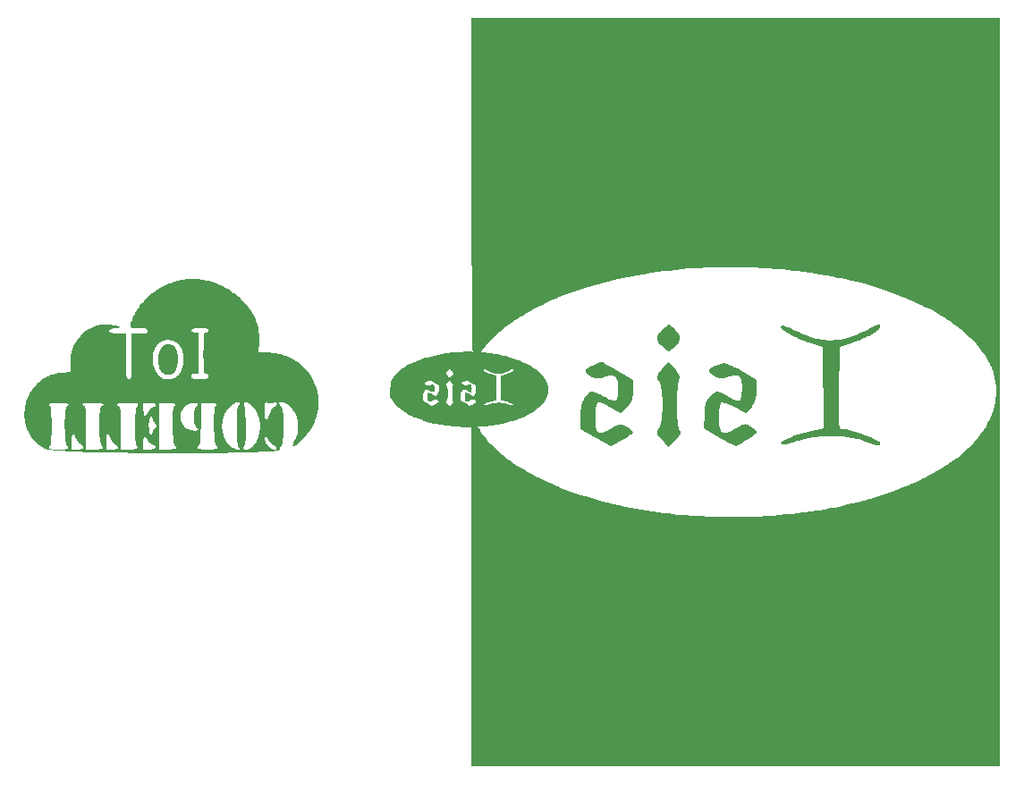
<source format=gbo>
G04 Layer: BottomSilkscreenLayer*
G04 EasyEDA v6.5.48, 2025-03-08 11:51:36*
G04 8fe2fb576d564ac8881881e7cade559e,369c048249c94b259d5cf78f180de413,10*
G04 Gerber Generator version 0.2*
G04 Scale: 100 percent, Rotated: No, Reflected: No *
G04 Dimensions in millimeters *
G04 leading zeros omitted , absolute positions ,4 integer and 5 decimal *
%FSLAX45Y45*%
%MOMM*%

%ADD10C,0.0001*%

%LPD*%
G36*
X3181248Y-2723591D02*
G01*
X3169818Y-2723794D01*
X3152749Y-2724505D01*
X3135680Y-2725674D01*
X3112973Y-2727960D01*
X3090316Y-2731109D01*
X3067812Y-2735072D01*
X3045460Y-2739847D01*
X3028797Y-2743911D01*
X3017723Y-2746908D01*
X3001264Y-2751734D01*
X2990342Y-2755188D01*
X2968701Y-2762707D01*
X2957982Y-2766720D01*
X2931515Y-2777642D01*
X2921050Y-2782366D01*
X2905506Y-2789732D01*
X2885135Y-2800197D01*
X2865120Y-2811373D01*
X2845562Y-2823260D01*
X2831134Y-2832658D01*
X2821686Y-2839110D01*
X2807716Y-2849118D01*
X2789529Y-2863037D01*
X2780639Y-2870250D01*
X2767584Y-2881376D01*
X2758998Y-2888996D01*
X2746451Y-2900730D01*
X2730246Y-2916936D01*
X2714650Y-2933750D01*
X2699715Y-2951175D01*
X2688945Y-2964637D01*
X2675229Y-2983128D01*
X2668676Y-2992577D01*
X2659126Y-3007004D01*
X2650032Y-3021787D01*
X2644190Y-3031794D01*
X2633167Y-3052267D01*
X2627934Y-3062681D01*
X2612796Y-3094990D01*
X2605786Y-3110585D01*
X2599944Y-3124403D01*
X2595270Y-3136595D01*
X2591866Y-3147161D01*
X2589733Y-3156254D01*
X2589174Y-3160268D01*
X2588920Y-3164027D01*
X2589022Y-3167430D01*
X2589479Y-3170529D01*
X2590241Y-3173323D01*
X2591409Y-3175863D01*
X2592933Y-3178149D01*
X2594813Y-3180232D01*
X2597048Y-3182010D01*
X2599690Y-3183636D01*
X2602687Y-3185007D01*
X2609850Y-3187293D01*
X2618587Y-3188868D01*
X2628950Y-3189884D01*
X2640990Y-3190494D01*
X2654706Y-3190798D01*
X2694787Y-3191052D01*
X2713990Y-3191611D01*
X2728417Y-3192881D01*
X2734005Y-3193846D01*
X2738729Y-3195015D01*
X2742539Y-3196437D01*
X2745587Y-3198164D01*
X2747924Y-3200196D01*
X2749651Y-3202584D01*
X2750870Y-3205378D01*
X2751632Y-3208528D01*
X2751988Y-3212084D01*
X2751988Y-3220059D01*
X2751632Y-3223615D01*
X2750870Y-3226765D01*
X2749753Y-3229508D01*
X2748127Y-3231896D01*
X2745892Y-3233928D01*
X2743047Y-3235655D01*
X2739491Y-3237128D01*
X2735173Y-3238296D01*
X2729941Y-3239262D01*
X2716631Y-3240532D01*
X2699004Y-3241141D01*
X2676448Y-3241344D01*
X2600756Y-3241344D01*
X2600756Y-3477158D01*
X2801061Y-3477158D01*
X2801264Y-3465576D01*
X2802026Y-3454095D01*
X2803347Y-3442715D01*
X2805176Y-3431489D01*
X2807512Y-3420465D01*
X2810459Y-3409645D01*
X2813913Y-3399180D01*
X2817926Y-3388969D01*
X2822498Y-3379114D01*
X2827629Y-3369665D01*
X2833319Y-3360674D01*
X2839618Y-3352139D01*
X2846476Y-3344113D01*
X2853893Y-3336696D01*
X2861919Y-3329787D01*
X2866694Y-3326231D01*
X2871571Y-3322929D01*
X2881680Y-3317036D01*
X2886862Y-3314496D01*
X2897530Y-3310128D01*
X2902915Y-3308299D01*
X2913938Y-3305403D01*
X2925165Y-3303473D01*
X2936443Y-3302457D01*
X2947822Y-3302355D01*
X2959150Y-3303168D01*
X2970377Y-3304895D01*
X2981502Y-3307435D01*
X2992374Y-3310839D01*
X3002991Y-3315055D01*
X3013252Y-3320135D01*
X3018231Y-3322929D01*
X3027832Y-3329178D01*
X3036976Y-3336188D01*
X3045510Y-3343910D01*
X3053384Y-3352393D01*
X3060598Y-3361588D01*
X3066999Y-3371494D01*
X3072587Y-3382060D01*
X3075076Y-3387598D01*
X3079546Y-3399078D01*
X3083356Y-3410661D01*
X3086608Y-3422243D01*
X3089249Y-3433826D01*
X3091332Y-3445459D01*
X3092805Y-3457041D01*
X3093770Y-3468573D01*
X3094177Y-3480003D01*
X3094075Y-3491382D01*
X3093466Y-3502609D01*
X3092348Y-3513683D01*
X3090773Y-3524605D01*
X3088690Y-3535324D01*
X3086201Y-3545890D01*
X3083255Y-3556152D01*
X3079851Y-3566160D01*
X3076041Y-3575913D01*
X3071876Y-3585362D01*
X3067304Y-3594455D01*
X3062376Y-3603244D01*
X3057042Y-3611626D01*
X3051403Y-3619601D01*
X3045460Y-3627120D01*
X3039160Y-3634232D01*
X3032556Y-3640886D01*
X3028099Y-3644950D01*
X3168345Y-3644950D01*
X3168751Y-3638550D01*
X3170021Y-3633165D01*
X3172206Y-3628796D01*
X3175406Y-3625392D01*
X3179724Y-3622801D01*
X3185160Y-3621024D01*
X3191865Y-3620008D01*
X3199841Y-3619703D01*
X3231388Y-3619703D01*
X3231388Y-3228695D01*
X3199841Y-3228695D01*
X3192881Y-3228390D01*
X3186633Y-3227425D01*
X3181248Y-3225850D01*
X3176727Y-3223666D01*
X3173120Y-3220974D01*
X3170478Y-3217722D01*
X3168904Y-3213963D01*
X3168345Y-3209798D01*
X3168548Y-3207105D01*
X3169208Y-3204718D01*
X3170377Y-3202533D01*
X3172053Y-3200552D01*
X3174339Y-3198825D01*
X3177286Y-3197250D01*
X3180842Y-3195929D01*
X3185160Y-3194761D01*
X3190189Y-3193745D01*
X3202736Y-3192272D01*
X3218789Y-3191357D01*
X3238754Y-3190900D01*
X3261867Y-3190900D01*
X3281832Y-3191357D01*
X3297885Y-3192272D01*
X3310432Y-3193745D01*
X3315462Y-3194761D01*
X3319779Y-3195929D01*
X3323336Y-3197250D01*
X3326282Y-3198825D01*
X3328568Y-3200552D01*
X3330244Y-3202533D01*
X3331413Y-3204718D01*
X3332073Y-3207105D01*
X3332276Y-3209798D01*
X3331768Y-3213608D01*
X3330346Y-3217164D01*
X3328009Y-3220415D01*
X3324910Y-3223209D01*
X3321202Y-3225495D01*
X3316935Y-3227222D01*
X3312160Y-3228340D01*
X3301492Y-3229000D01*
X3298291Y-3229660D01*
X3295446Y-3230930D01*
X3292957Y-3232962D01*
X3290773Y-3235909D01*
X3288893Y-3240024D01*
X3287318Y-3245408D01*
X3285998Y-3252266D01*
X3284880Y-3260750D01*
X3284016Y-3271113D01*
X3283305Y-3283407D01*
X3282391Y-3314750D01*
X3281984Y-3356152D01*
X3281832Y-3453739D01*
X3282035Y-3503625D01*
X3282543Y-3542385D01*
X3283610Y-3571443D01*
X3284423Y-3582720D01*
X3285388Y-3592118D01*
X3286607Y-3599789D01*
X3288080Y-3605885D01*
X3289808Y-3610610D01*
X3291840Y-3614115D01*
X3294126Y-3616604D01*
X3296818Y-3618229D01*
X3299866Y-3619144D01*
X3303270Y-3619601D01*
X3312972Y-3620109D01*
X3318103Y-3621278D01*
X3322421Y-3623259D01*
X3325977Y-3626002D01*
X3328720Y-3629558D01*
X3330701Y-3633876D01*
X3331921Y-3639007D01*
X3332276Y-3644950D01*
X3332175Y-3648964D01*
X3331768Y-3652520D01*
X3331006Y-3655669D01*
X3329838Y-3658412D01*
X3328111Y-3660800D01*
X3325774Y-3662883D01*
X3322726Y-3664610D01*
X3318916Y-3666032D01*
X3314192Y-3667201D01*
X3308604Y-3668166D01*
X3301949Y-3668877D01*
X3285185Y-3669792D01*
X3263341Y-3670096D01*
X3237280Y-3670096D01*
X3215436Y-3669792D01*
X3198672Y-3668877D01*
X3192018Y-3668166D01*
X3186430Y-3667201D01*
X3181705Y-3666032D01*
X3177895Y-3664610D01*
X3174847Y-3662883D01*
X3172510Y-3660800D01*
X3170783Y-3658412D01*
X3169615Y-3655669D01*
X3168853Y-3652520D01*
X3168446Y-3648964D01*
X3168345Y-3644950D01*
X3028099Y-3644950D01*
X3022142Y-3649929D01*
X3014878Y-3655314D01*
X3007360Y-3660089D01*
X2999587Y-3664356D01*
X2991612Y-3668014D01*
X2983382Y-3671011D01*
X2975000Y-3673398D01*
X2966415Y-3675126D01*
X2957677Y-3676142D01*
X2948787Y-3676446D01*
X2939745Y-3676040D01*
X2930550Y-3674821D01*
X2921304Y-3672890D01*
X2911906Y-3670096D01*
X2907182Y-3668420D01*
X2897682Y-3664305D01*
X2888589Y-3659479D01*
X2879902Y-3653942D01*
X2871673Y-3647694D01*
X2863850Y-3640836D01*
X2856484Y-3633419D01*
X2849524Y-3625392D01*
X2842971Y-3616858D01*
X2836926Y-3607866D01*
X2831338Y-3598418D01*
X2826156Y-3588613D01*
X2821482Y-3578402D01*
X2817266Y-3567887D01*
X2813507Y-3557117D01*
X2810256Y-3546094D01*
X2807462Y-3534867D01*
X2805176Y-3523487D01*
X2803398Y-3512007D01*
X2802077Y-3500424D01*
X2801315Y-3488791D01*
X2801061Y-3477158D01*
X2600756Y-3477158D01*
X2600655Y-3530650D01*
X2600248Y-3576167D01*
X2599334Y-3610508D01*
X2598623Y-3624021D01*
X2597759Y-3635298D01*
X2596642Y-3644595D01*
X2595321Y-3652113D01*
X2593746Y-3657955D01*
X2591866Y-3662426D01*
X2590850Y-3664153D01*
X2588514Y-3666845D01*
X2585821Y-3668572D01*
X2582773Y-3669588D01*
X2579370Y-3670046D01*
X2573578Y-3670147D01*
X2569972Y-3669893D01*
X2566720Y-3669182D01*
X2563876Y-3667810D01*
X2562555Y-3666845D01*
X2560269Y-3664153D01*
X2559202Y-3662426D01*
X2557322Y-3657955D01*
X2555748Y-3652113D01*
X2554427Y-3644595D01*
X2553309Y-3635298D01*
X2552446Y-3624021D01*
X2551734Y-3610508D01*
X2550820Y-3576167D01*
X2550414Y-3530650D01*
X2550312Y-3241344D01*
X2467457Y-3241243D01*
X2453995Y-3240582D01*
X2441702Y-3239363D01*
X2430729Y-3237585D01*
X2420975Y-3235299D01*
X2412542Y-3232658D01*
X2405430Y-3229711D01*
X2399690Y-3226460D01*
X2397302Y-3224733D01*
X2393645Y-3221177D01*
X2392324Y-3219348D01*
X2391359Y-3217519D01*
X2390800Y-3215640D01*
X2390546Y-3213760D01*
X2390698Y-3211880D01*
X2391206Y-3210052D01*
X2392121Y-3208223D01*
X2393391Y-3206394D01*
X2395016Y-3204616D01*
X2397048Y-3202889D01*
X2402281Y-3199587D01*
X2405481Y-3198012D01*
X2413050Y-3195116D01*
X2422296Y-3192576D01*
X2433167Y-3190443D01*
X2445664Y-3188817D01*
X2506167Y-3184093D01*
X2443886Y-3165652D01*
X2432507Y-3162706D01*
X2421178Y-3160166D01*
X2409850Y-3158083D01*
X2398572Y-3156407D01*
X2387295Y-3155137D01*
X2376068Y-3154273D01*
X2364892Y-3153765D01*
X2353767Y-3153714D01*
X2342743Y-3154019D01*
X2331720Y-3154680D01*
X2320848Y-3155746D01*
X2309977Y-3157169D01*
X2299258Y-3158947D01*
X2288590Y-3161131D01*
X2278075Y-3163620D01*
X2267661Y-3166465D01*
X2257348Y-3169666D01*
X2247138Y-3173171D01*
X2237079Y-3177032D01*
X2227173Y-3181197D01*
X2217420Y-3185668D01*
X2207768Y-3190494D01*
X2198319Y-3195574D01*
X2189073Y-3201009D01*
X2179929Y-3206699D01*
X2170988Y-3212693D01*
X2162251Y-3218942D01*
X2153716Y-3225495D01*
X2145334Y-3232353D01*
X2137206Y-3239414D01*
X2129282Y-3246780D01*
X2121611Y-3254349D01*
X2114143Y-3262223D01*
X2106930Y-3270300D01*
X2099919Y-3278632D01*
X2093163Y-3287166D01*
X2086711Y-3295954D01*
X2080514Y-3304946D01*
X2074570Y-3314192D01*
X2068931Y-3323590D01*
X2063546Y-3333191D01*
X2058466Y-3343046D01*
X2053691Y-3353054D01*
X2049221Y-3363264D01*
X2045055Y-3373628D01*
X2041245Y-3384143D01*
X2037740Y-3394862D01*
X2034590Y-3405733D01*
X2031746Y-3416808D01*
X2029307Y-3427984D01*
X2027174Y-3439312D01*
X2025446Y-3450742D01*
X2024075Y-3462375D01*
X2023059Y-3474110D01*
X2022449Y-3485946D01*
X2022246Y-3497884D01*
X2022398Y-3509975D01*
X2026869Y-3604209D01*
X1942338Y-3611016D01*
X1931111Y-3612184D01*
X1920036Y-3613658D01*
X1909114Y-3615385D01*
X1893062Y-3618484D01*
X1882546Y-3620871D01*
X1862074Y-3626459D01*
X1842211Y-3632962D01*
X1823059Y-3640429D01*
X1809140Y-3646627D01*
X1800047Y-3651046D01*
X1791157Y-3655669D01*
X1782470Y-3660495D01*
X1773885Y-3665575D01*
X1757324Y-3676243D01*
X1745386Y-3684727D01*
X1737614Y-3690620D01*
X1722678Y-3702964D01*
X1715465Y-3709365D01*
X1705000Y-3719322D01*
X1694992Y-3729634D01*
X1682242Y-3743858D01*
X1673199Y-3754932D01*
X1664563Y-3766261D01*
X1656384Y-3777894D01*
X1646123Y-3793845D01*
X1636674Y-3810203D01*
X1632254Y-3818534D01*
X1625955Y-3831234D01*
X1618284Y-3848455D01*
X1611426Y-3865981D01*
X1605381Y-3883761D01*
X1602689Y-3892753D01*
X1598980Y-3906367D01*
X1594815Y-3924655D01*
X1593037Y-3933850D01*
X1590802Y-3947718D01*
X1589532Y-3956964D01*
X1588516Y-3966260D01*
X1587398Y-3980230D01*
X1586738Y-3994251D01*
X1586585Y-4003598D01*
X1586788Y-4017568D01*
X1587804Y-4036212D01*
X1589735Y-4054754D01*
X1591005Y-4064000D01*
X1592529Y-4073194D01*
X1595221Y-4086910D01*
X1597304Y-4096004D01*
X1600911Y-4109516D01*
X1603552Y-4118508D01*
X1606448Y-4127398D01*
X1612950Y-4144975D01*
X1616557Y-4153662D01*
X1622450Y-4166565D01*
X1626616Y-4174998D01*
X1633372Y-4187545D01*
X1643227Y-4203903D01*
X1648510Y-4211929D01*
X1654048Y-4219803D01*
X1662785Y-4231436D01*
X1668932Y-4239006D01*
X1675333Y-4246473D01*
X1681988Y-4253839D01*
X1688846Y-4261002D01*
X1696008Y-4268063D01*
X1707184Y-4278325D01*
X1714957Y-4284980D01*
X1727098Y-4294632D01*
X1744167Y-4306976D01*
X1757680Y-4315714D01*
X1764257Y-4319727D01*
X1818792Y-4319727D01*
X1819757Y-4312361D01*
X1822500Y-4306366D01*
X1826514Y-4302252D01*
X1832203Y-4300524D01*
X1833016Y-4299712D01*
X1834540Y-4296613D01*
X1835962Y-4291533D01*
X1837334Y-4284421D01*
X1838553Y-4275480D01*
X1840636Y-4252112D01*
X1842262Y-4221784D01*
X1843379Y-4185005D01*
X1843938Y-4142181D01*
X1843887Y-4089146D01*
X1843278Y-4052671D01*
X1842312Y-4019956D01*
X1840890Y-3991406D01*
X1839163Y-3967581D01*
X1837080Y-3948937D01*
X1835912Y-3941775D01*
X1834692Y-3936034D01*
X1833422Y-3931920D01*
X1832102Y-3929379D01*
X1826514Y-3924757D01*
X1822500Y-3919728D01*
X1819757Y-3914292D01*
X1818792Y-3909060D01*
X1819249Y-3907840D01*
X1820722Y-3906672D01*
X1823059Y-3905554D01*
X1826260Y-3904437D01*
X1834997Y-3902405D01*
X1846580Y-3900678D01*
X1860600Y-3899204D01*
X1876653Y-3898137D01*
X1894382Y-3897426D01*
X1913382Y-3897172D01*
X1931365Y-3897376D01*
X1947621Y-3897934D01*
X1962048Y-3898849D01*
X1974646Y-3900119D01*
X1985365Y-3901643D01*
X1994103Y-3903522D01*
X2000910Y-3905656D01*
X2003552Y-3906824D01*
X2006170Y-3908450D01*
X2134108Y-3908450D01*
X2134616Y-3907282D01*
X2136140Y-3906164D01*
X2138629Y-3905097D01*
X2146300Y-3903065D01*
X2157222Y-3901287D01*
X2170887Y-3899763D01*
X2186990Y-3898544D01*
X2205075Y-3897680D01*
X2224735Y-3897223D01*
X2244750Y-3897223D01*
X2262936Y-3897579D01*
X2279243Y-3898341D01*
X2293620Y-3899408D01*
X2306015Y-3900779D01*
X2316378Y-3902456D01*
X2324658Y-3904437D01*
X2330907Y-3906723D01*
X2333904Y-3908450D01*
X2462022Y-3908450D01*
X2462530Y-3907282D01*
X2464104Y-3906164D01*
X2466594Y-3905097D01*
X2474264Y-3903065D01*
X2485136Y-3901287D01*
X2498852Y-3899763D01*
X2514904Y-3898544D01*
X2532989Y-3897680D01*
X2552649Y-3897223D01*
X2951429Y-3897274D01*
X2969564Y-3897985D01*
X2977591Y-3898595D01*
X2991561Y-3900373D01*
X2997454Y-3901440D01*
X3002584Y-3902710D01*
X3007004Y-3904132D01*
X3010662Y-3905707D01*
X3013557Y-3907434D01*
X3015691Y-3909314D01*
X3017062Y-3911295D01*
X3017672Y-3913428D01*
X3017469Y-3915664D01*
X3016453Y-3918051D01*
X3014675Y-3920540D01*
X3012033Y-3923131D01*
X3008630Y-3925874D01*
X3003346Y-3929583D01*
X3002381Y-3930904D01*
X3000603Y-3934917D01*
X2998927Y-3940606D01*
X2997454Y-3947820D01*
X2996082Y-3956456D01*
X2993847Y-3977640D01*
X2992932Y-3989933D01*
X2991322Y-4025849D01*
X3064560Y-4025849D01*
X3065018Y-4015740D01*
X3066288Y-4005681D01*
X3067202Y-4000652D01*
X3069691Y-3990746D01*
X3073044Y-3980891D01*
X3077210Y-3971290D01*
X3082239Y-3961892D01*
X3088182Y-3952798D01*
X3094990Y-3944010D01*
X3098749Y-3939743D01*
X3107994Y-3930446D01*
X3118154Y-3921455D01*
X3128010Y-3914038D01*
X3132886Y-3910939D01*
X3137763Y-3908145D01*
X3142640Y-3905707D01*
X3147618Y-3903624D01*
X3152648Y-3901846D01*
X3157829Y-3900373D01*
X3163112Y-3899154D01*
X3168599Y-3898290D01*
X3180130Y-3897274D01*
X3194862Y-3897325D01*
X3202482Y-3897782D01*
X3209188Y-3898493D01*
X3214979Y-3899509D01*
X3219856Y-3900830D01*
X3223818Y-3902456D01*
X3226816Y-3904386D01*
X3228898Y-3906570D01*
X3230067Y-3909060D01*
X3230321Y-3911904D01*
X3229660Y-3915003D01*
X3228086Y-3918407D01*
X3225546Y-3922115D01*
X3222091Y-3926078D01*
X3217773Y-3930396D01*
X3210102Y-3937254D01*
X3207867Y-3939946D01*
X3205835Y-3943096D01*
X3203956Y-3946702D01*
X3202279Y-3950766D01*
X3200704Y-3955287D01*
X3199333Y-3960317D01*
X3196996Y-3971899D01*
X3195320Y-3985615D01*
X3194151Y-4001465D01*
X3193643Y-4019651D01*
X3193643Y-4039565D01*
X3194151Y-4057751D01*
X3195320Y-4073601D01*
X3196996Y-4087317D01*
X3199333Y-4098899D01*
X3200704Y-4103928D01*
X3202279Y-4108450D01*
X3203956Y-4112514D01*
X3205835Y-4116120D01*
X3207867Y-4119270D01*
X3210102Y-4121962D01*
X3217214Y-4128312D01*
X3221278Y-4132224D01*
X3224631Y-4135882D01*
X3227324Y-4139336D01*
X3229305Y-4142486D01*
X3230575Y-4145432D01*
X3231184Y-4148124D01*
X3231134Y-4150563D01*
X3230422Y-4152696D01*
X3229000Y-4154627D01*
X3226917Y-4156252D01*
X3224225Y-4157624D01*
X3220821Y-4158742D01*
X3216808Y-4159554D01*
X3212084Y-4160062D01*
X3206750Y-4160316D01*
X3194202Y-4159961D01*
X3179114Y-4158335D01*
X3173374Y-4157472D01*
X3162300Y-4155033D01*
X3151784Y-4151782D01*
X3146704Y-4149902D01*
X3136900Y-4145483D01*
X3127705Y-4140352D01*
X3119018Y-4134612D01*
X3110941Y-4128211D01*
X3103422Y-4121251D01*
X3096564Y-4113784D01*
X3090265Y-4105859D01*
X3084677Y-4097477D01*
X3079699Y-4088739D01*
X3075381Y-4079646D01*
X3071774Y-4070248D01*
X3068878Y-4060647D01*
X3066745Y-4050842D01*
X3065881Y-4045915D01*
X3064865Y-4035907D01*
X3064560Y-4025849D01*
X2991322Y-4025849D01*
X2990697Y-4055313D01*
X2990596Y-4087825D01*
X2991002Y-4121150D01*
X2991967Y-4154220D01*
X2993390Y-4186224D01*
X2995320Y-4216095D01*
X2997708Y-4243019D01*
X2999028Y-4255008D01*
X3000502Y-4265879D01*
X3002127Y-4275582D01*
X3003804Y-4283913D01*
X3005582Y-4290720D01*
X3007512Y-4296003D01*
X3009493Y-4299559D01*
X3010509Y-4300677D01*
X3014167Y-4303826D01*
X3017215Y-4306874D01*
X3019704Y-4309719D01*
X3021685Y-4312462D01*
X3023057Y-4315053D01*
X3023870Y-4317542D01*
X3024057Y-4320235D01*
X3224225Y-4320235D01*
X3224377Y-4317898D01*
X3225088Y-4315409D01*
X3226460Y-4312767D01*
X3228390Y-4309973D01*
X3230930Y-4307027D01*
X3234080Y-4303928D01*
X3239058Y-4299559D01*
X3241395Y-4296918D01*
X3243478Y-4293565D01*
X3245408Y-4289501D01*
X3247136Y-4284624D01*
X3248710Y-4278782D01*
X3250133Y-4271975D01*
X3251352Y-4263999D01*
X3252419Y-4254855D01*
X3254146Y-4232656D01*
X3255365Y-4204563D01*
X3256127Y-4169867D01*
X3256534Y-4127855D01*
X3256635Y-3897172D01*
X3342386Y-3897274D01*
X3360572Y-3897985D01*
X3368598Y-3898595D01*
X3382518Y-3900373D01*
X3388410Y-3901440D01*
X3393592Y-3902710D01*
X3397961Y-3904132D01*
X3401669Y-3905707D01*
X3404565Y-3907434D01*
X3406698Y-3909314D01*
X3408070Y-3911295D01*
X3408629Y-3913428D01*
X3408426Y-3915664D01*
X3407460Y-3918051D01*
X3405632Y-3920540D01*
X3403041Y-3923131D01*
X3399637Y-3925874D01*
X3394354Y-3929583D01*
X3393389Y-3930904D01*
X3391560Y-3934917D01*
X3389934Y-3940606D01*
X3388410Y-3947820D01*
X3387090Y-3956456D01*
X3385870Y-3966464D01*
X3383940Y-3989933D01*
X3382568Y-4017213D01*
X3381806Y-4047439D01*
X3381552Y-4087825D01*
X3381946Y-4117644D01*
X3458362Y-4117644D01*
X3458565Y-4106468D01*
X3459175Y-4095292D01*
X3460191Y-4084167D01*
X3461664Y-4073093D01*
X3463645Y-4062120D01*
X3465982Y-4051198D01*
X3468827Y-4040479D01*
X3472129Y-4029862D01*
X3475888Y-4019499D01*
X3480104Y-4009288D01*
X3484778Y-3999280D01*
X3489909Y-3989527D01*
X3495548Y-3980078D01*
X3501644Y-3970883D01*
X3508197Y-3962044D01*
X3515258Y-3953510D01*
X3525367Y-3942587D01*
X3538118Y-3930091D01*
X3550615Y-3919016D01*
X3562705Y-3909466D01*
X3574237Y-3901541D01*
X3579672Y-3898188D01*
X3584905Y-3895293D01*
X3589883Y-3892854D01*
X3594608Y-3890873D01*
X3599078Y-3889298D01*
X3603193Y-3888232D01*
X3606952Y-3887673D01*
X3610406Y-3887622D01*
X3613454Y-3888028D01*
X3616045Y-3888994D01*
X3618280Y-3890467D01*
X3620058Y-3892499D01*
X3621328Y-3895039D01*
X3622090Y-3898188D01*
X3622395Y-3901897D01*
X3621379Y-3909872D01*
X3618687Y-3917594D01*
X3614674Y-3924198D01*
X3608933Y-3929481D01*
X3607358Y-3932428D01*
X3605936Y-3937254D01*
X3604564Y-3943705D01*
X3603345Y-3951732D01*
X3601212Y-3972001D01*
X3599484Y-3997045D01*
X3598214Y-4025900D01*
X3597401Y-4057497D01*
X3596944Y-4099458D01*
X3597097Y-4133799D01*
X3597859Y-4176014D01*
X3598926Y-4208018D01*
X3600399Y-4237380D01*
X3602278Y-4263085D01*
X3604564Y-4284218D01*
X3605885Y-4292752D01*
X3607257Y-4299762D01*
X3608781Y-4305096D01*
X3610356Y-4308703D01*
X3615232Y-4314037D01*
X3618433Y-4318050D01*
X3620384Y-4320997D01*
X3659225Y-4320997D01*
X3659835Y-4316425D01*
X3661105Y-4311700D01*
X3663086Y-4306874D01*
X3665829Y-4302048D01*
X3669284Y-4297222D01*
X3673551Y-4292498D01*
X3674973Y-4290009D01*
X3676345Y-4285589D01*
X3677513Y-4279392D01*
X3678580Y-4271568D01*
X3680307Y-4251553D01*
X3681577Y-4226509D01*
X3682339Y-4197451D01*
X3682644Y-4148632D01*
X3681984Y-4096613D01*
X3680663Y-4053332D01*
X3679190Y-4020108D01*
X3677361Y-3989374D01*
X3675176Y-3962044D01*
X3672636Y-3939133D01*
X3671214Y-3929684D01*
X3669741Y-3921760D01*
X3668217Y-3915460D01*
X3665372Y-3906824D01*
X3663899Y-3901490D01*
X3663086Y-3896969D01*
X3662934Y-3893210D01*
X3663442Y-3890264D01*
X3664610Y-3888079D01*
X3666490Y-3886708D01*
X3669131Y-3886098D01*
X3672535Y-3886250D01*
X3676700Y-3887215D01*
X3681679Y-3888943D01*
X3687470Y-3891432D01*
X3694125Y-3894734D01*
X3710076Y-3903624D01*
X3723792Y-3911955D01*
X3732123Y-3917797D01*
X3740048Y-3924147D01*
X3747617Y-3930904D01*
X3754780Y-3938117D01*
X3761536Y-3945737D01*
X3767886Y-3953764D01*
X3773830Y-3962095D01*
X3780348Y-3972407D01*
X3862019Y-3972407D01*
X3862324Y-3931158D01*
X3862933Y-3916781D01*
X3863949Y-3906012D01*
X3865575Y-3898493D01*
X3866642Y-3895851D01*
X3867861Y-3893921D01*
X3869334Y-3892550D01*
X3871010Y-3891787D01*
X3872890Y-3891584D01*
X3875024Y-3891838D01*
X3877462Y-3892499D01*
X3892651Y-3899611D01*
X3899103Y-3901643D01*
X3905859Y-3902964D01*
X3912819Y-3903421D01*
X3920032Y-3903116D01*
X3927500Y-3902049D01*
X3935222Y-3900170D01*
X3948887Y-3895547D01*
X3954119Y-3894277D01*
X3958844Y-3893616D01*
X3963009Y-3893565D01*
X3966667Y-3893972D01*
X3969816Y-3894886D01*
X3972356Y-3896258D01*
X3974388Y-3898036D01*
X3975811Y-3900119D01*
X3976674Y-3902557D01*
X3976979Y-3905250D01*
X3976624Y-3908145D01*
X3975709Y-3911244D01*
X3974185Y-3914495D01*
X3972001Y-3917848D01*
X3969207Y-3921201D01*
X3965752Y-3924604D01*
X3961637Y-3927957D01*
X3956862Y-3931259D01*
X3951427Y-3934409D01*
X3947972Y-3936695D01*
X3944213Y-3939895D01*
X3940301Y-3943959D01*
X3936288Y-3948734D01*
X3932123Y-3954221D01*
X3923842Y-3966819D01*
X3919778Y-3973829D01*
X3912158Y-3988714D01*
X3908704Y-3996436D01*
X3897376Y-4024426D01*
X3892448Y-4035298D01*
X3887927Y-4043984D01*
X3883812Y-4050588D01*
X3881882Y-4053128D01*
X3880053Y-4055059D01*
X3878326Y-4056532D01*
X3876649Y-4057396D01*
X3875125Y-4057802D01*
X3873652Y-4057650D01*
X3872280Y-4056938D01*
X3871010Y-4055719D01*
X3869842Y-4053941D01*
X3868724Y-4051604D01*
X3866794Y-4045407D01*
X3865168Y-4036974D01*
X3863898Y-4026458D01*
X3862984Y-4013708D01*
X3862374Y-3998823D01*
X3862019Y-3972407D01*
X3780348Y-3972407D01*
X3784600Y-3979875D01*
X3789375Y-3989171D01*
X3793794Y-3998772D01*
X3797808Y-4008628D01*
X3801465Y-4018737D01*
X3804716Y-4028998D01*
X3807561Y-4039514D01*
X3810050Y-4050131D01*
X3812184Y-4060901D01*
X3813911Y-4071772D01*
X3815283Y-4082745D01*
X3816299Y-4093768D01*
X3816959Y-4104843D01*
X3817213Y-4115968D01*
X3817112Y-4127042D01*
X3816604Y-4138168D01*
X3815791Y-4149191D01*
X3814622Y-4160164D01*
X3813048Y-4171035D01*
X3811168Y-4181754D01*
X3808882Y-4192371D01*
X3806240Y-4202836D01*
X3803294Y-4213148D01*
X3799992Y-4223207D01*
X3794780Y-4236770D01*
X3862019Y-4236770D01*
X3862222Y-4230878D01*
X3862832Y-4225848D01*
X3863848Y-4221683D01*
X3865168Y-4218381D01*
X3866794Y-4215892D01*
X3868724Y-4214266D01*
X3870909Y-4213504D01*
X3873347Y-4213555D01*
X3875938Y-4214469D01*
X3878732Y-4216146D01*
X3881628Y-4218686D01*
X3884676Y-4221988D01*
X3887774Y-4226153D01*
X3890924Y-4231081D01*
X3894074Y-4236821D01*
X3899458Y-4247743D01*
X3902151Y-4252315D01*
X3908755Y-4261815D01*
X3916629Y-4271314D01*
X3925315Y-4280458D01*
X3929837Y-4284675D01*
X3934409Y-4288586D01*
X3938981Y-4292142D01*
X3948988Y-4299102D01*
X3954018Y-4303014D01*
X3958539Y-4306925D01*
X3962552Y-4310837D01*
X3966006Y-4314698D01*
X3968902Y-4318406D01*
X3971290Y-4322064D01*
X3973068Y-4325518D01*
X3974337Y-4328820D01*
X3975049Y-4331868D01*
X3975201Y-4334662D01*
X3974744Y-4337151D01*
X3973728Y-4339336D01*
X3972153Y-4341114D01*
X3969969Y-4342485D01*
X3967226Y-4343450D01*
X3963873Y-4343958D01*
X3959910Y-4343908D01*
X3955338Y-4343349D01*
X3950157Y-4342231D01*
X3945890Y-4340860D01*
X3941470Y-4338929D01*
X3936847Y-4336491D01*
X3932123Y-4333544D01*
X3927297Y-4330192D01*
X3917492Y-4322368D01*
X3907739Y-4313224D01*
X3898239Y-4303166D01*
X3889298Y-4292447D01*
X3881170Y-4281474D01*
X3874160Y-4270451D01*
X3871112Y-4265066D01*
X3868470Y-4259834D01*
X3866235Y-4254703D01*
X3864457Y-4249826D01*
X3863136Y-4245152D01*
X3862324Y-4240784D01*
X3862019Y-4236770D01*
X3794780Y-4236770D01*
X3792270Y-4242612D01*
X3787901Y-4251909D01*
X3783228Y-4260951D01*
X3778148Y-4269638D01*
X3772763Y-4277969D01*
X3767023Y-4285945D01*
X3760978Y-4293565D01*
X3754577Y-4300728D01*
X3747820Y-4307484D01*
X3740759Y-4313783D01*
X3733393Y-4319574D01*
X3725672Y-4324908D01*
X3717594Y-4329684D01*
X3709212Y-4333900D01*
X3700526Y-4337558D01*
X3691483Y-4340606D01*
X3686860Y-4341926D01*
X3681628Y-4342892D01*
X3676904Y-4342993D01*
X3672687Y-4342282D01*
X3668979Y-4340860D01*
X3665829Y-4338777D01*
X3663289Y-4336135D01*
X3661359Y-4332935D01*
X3659987Y-4329328D01*
X3659276Y-4325315D01*
X3659225Y-4320997D01*
X3620384Y-4320997D01*
X3622700Y-4325213D01*
X3623716Y-4328363D01*
X3624122Y-4331106D01*
X3623818Y-4333595D01*
X3622903Y-4335678D01*
X3621379Y-4337456D01*
X3619296Y-4338828D01*
X3616655Y-4339793D01*
X3613454Y-4340352D01*
X3609797Y-4340555D01*
X3605631Y-4340301D01*
X3601059Y-4339590D01*
X3596030Y-4338472D01*
X3590594Y-4336846D01*
X3584803Y-4334764D01*
X3578656Y-4332173D01*
X3567582Y-4326737D01*
X3558590Y-4321505D01*
X3549954Y-4315764D01*
X3541725Y-4309516D01*
X3533800Y-4302861D01*
X3526332Y-4295698D01*
X3519170Y-4288129D01*
X3512413Y-4280204D01*
X3506063Y-4271873D01*
X3500069Y-4263186D01*
X3494430Y-4254195D01*
X3489248Y-4244848D01*
X3484422Y-4235246D01*
X3480003Y-4225391D01*
X3475990Y-4215333D01*
X3472383Y-4205020D01*
X3469132Y-4194505D01*
X3466337Y-4183837D01*
X3463950Y-4173067D01*
X3462020Y-4162094D01*
X3460445Y-4151071D01*
X3459327Y-4139996D01*
X3458667Y-4128820D01*
X3458362Y-4117644D01*
X3381946Y-4117644D01*
X3382924Y-4154220D01*
X3384346Y-4186224D01*
X3386277Y-4216095D01*
X3388664Y-4243019D01*
X3391509Y-4265879D01*
X3393084Y-4275582D01*
X3394811Y-4283913D01*
X3396589Y-4290720D01*
X3398469Y-4296003D01*
X3400501Y-4299559D01*
X3401517Y-4300677D01*
X3405276Y-4303928D01*
X3408426Y-4307027D01*
X3410965Y-4309973D01*
X3412896Y-4312767D01*
X3414268Y-4315409D01*
X3414979Y-4317898D01*
X3415131Y-4320235D01*
X3414623Y-4322419D01*
X3413506Y-4324451D01*
X3411778Y-4326331D01*
X3409442Y-4328058D01*
X3406444Y-4329684D01*
X3402787Y-4331157D01*
X3398520Y-4332478D01*
X3388055Y-4334713D01*
X3381806Y-4335678D01*
X3367430Y-4337100D01*
X3350361Y-4338066D01*
X3330600Y-4338574D01*
X3308756Y-4338574D01*
X3288995Y-4338066D01*
X3271926Y-4337100D01*
X3257550Y-4335678D01*
X3245764Y-4333646D01*
X3240836Y-4332478D01*
X3236569Y-4331157D01*
X3232912Y-4329684D01*
X3229914Y-4328058D01*
X3227578Y-4326331D01*
X3225850Y-4324451D01*
X3224733Y-4322419D01*
X3224225Y-4320235D01*
X3024057Y-4320235D01*
X3023768Y-4322013D01*
X3022904Y-4324045D01*
X3021482Y-4325975D01*
X3019450Y-4327702D01*
X3016859Y-4329379D01*
X3013659Y-4330852D01*
X3009950Y-4332224D01*
X3000705Y-4334560D01*
X2989173Y-4336338D01*
X2975305Y-4337608D01*
X2959100Y-4338370D01*
X2940558Y-4338624D01*
X2865628Y-4338624D01*
X2865628Y-3897172D01*
X2771038Y-3897172D01*
X2778302Y-3897325D01*
X2785160Y-3897731D01*
X2791612Y-3898442D01*
X2797606Y-3899357D01*
X2803144Y-3900474D01*
X2808173Y-3901846D01*
X2812796Y-3903370D01*
X2816860Y-3905046D01*
X2820416Y-3906875D01*
X2823464Y-3908806D01*
X2826004Y-3910888D01*
X2827934Y-3913022D01*
X2829306Y-3915257D01*
X2830118Y-3917492D01*
X2830322Y-3919778D01*
X2829864Y-3922115D01*
X2828848Y-3924401D01*
X2827121Y-3926687D01*
X2824784Y-3928872D01*
X2821787Y-3931056D01*
X2818079Y-3933139D01*
X2813659Y-3935069D01*
X2808528Y-3936949D01*
X2802686Y-3938625D01*
X2799080Y-3939895D01*
X2795219Y-3941775D01*
X2791155Y-3944264D01*
X2786989Y-3947312D01*
X2782722Y-3950817D01*
X2778404Y-3954729D01*
X2774137Y-3959047D01*
X2769971Y-3963670D01*
X2765958Y-3968546D01*
X2762148Y-3973626D01*
X2758592Y-3978859D01*
X2751582Y-3990695D01*
X2744673Y-4001820D01*
X2738577Y-4010406D01*
X2735834Y-4013758D01*
X2733243Y-4016400D01*
X2730906Y-4018432D01*
X2728671Y-4019804D01*
X2726690Y-4020565D01*
X2724810Y-4020616D01*
X2723134Y-4020007D01*
X2721660Y-4018737D01*
X2720289Y-4016806D01*
X2719070Y-4014215D01*
X2718003Y-4010964D01*
X2717088Y-4007002D01*
X2715666Y-3997096D01*
X2714752Y-3984396D01*
X2714345Y-3969004D01*
X2714294Y-3897172D01*
X2574747Y-3897223D01*
X2595930Y-3897528D01*
X2613914Y-3898137D01*
X2628849Y-3899154D01*
X2640888Y-3900576D01*
X2650083Y-3902506D01*
X2653690Y-3903675D01*
X2656636Y-3904945D01*
X2658973Y-3906418D01*
X2660700Y-3907993D01*
X2661818Y-3909771D01*
X2662326Y-3911701D01*
X2662275Y-3913784D01*
X2661666Y-3916019D01*
X2660548Y-3918458D01*
X2658922Y-3921099D01*
X2656738Y-3923944D01*
X2650032Y-3931412D01*
X2648204Y-3935374D01*
X2646476Y-3941216D01*
X2644851Y-3948734D01*
X2643327Y-3957878D01*
X2641955Y-3968445D01*
X2639517Y-3993438D01*
X2637637Y-4022547D01*
X2636164Y-4054754D01*
X2635250Y-4088942D01*
X2634936Y-4111599D01*
X2764739Y-4111599D01*
X2765094Y-4093870D01*
X2766161Y-4077919D01*
X2766872Y-4070604D01*
X2768854Y-4057497D01*
X2771292Y-4046423D01*
X2772664Y-4041749D01*
X2774137Y-4037634D01*
X2775712Y-4034078D01*
X2777388Y-4031183D01*
X2779115Y-4028897D01*
X2780893Y-4027220D01*
X2782722Y-4026255D01*
X2784602Y-4025950D01*
X2786532Y-4026357D01*
X2788462Y-4027525D01*
X2790444Y-4029354D01*
X2792425Y-4031996D01*
X2794355Y-4035399D01*
X2796336Y-4039565D01*
X2800299Y-4049623D01*
X2802940Y-4055211D01*
X2806039Y-4061104D01*
X2813354Y-4073296D01*
X2821381Y-4084624D01*
X2830880Y-4096258D01*
X2834843Y-4101947D01*
X2837230Y-4106926D01*
X2837992Y-4111599D01*
X2837230Y-4116273D01*
X2834843Y-4121251D01*
X2830880Y-4126941D01*
X2821381Y-4138574D01*
X2813354Y-4149902D01*
X2806039Y-4162044D01*
X2800299Y-4173575D01*
X2796336Y-4183634D01*
X2794355Y-4187799D01*
X2792425Y-4191203D01*
X2790444Y-4193794D01*
X2788462Y-4195673D01*
X2786532Y-4196791D01*
X2784602Y-4197248D01*
X2782722Y-4196943D01*
X2780893Y-4195978D01*
X2779115Y-4194301D01*
X2777388Y-4192015D01*
X2775712Y-4189120D01*
X2774137Y-4185564D01*
X2772664Y-4181449D01*
X2771292Y-4176776D01*
X2768854Y-4165701D01*
X2766872Y-4152595D01*
X2765552Y-4137507D01*
X2764840Y-4120642D01*
X2764739Y-4111599D01*
X2634936Y-4111599D01*
X2634843Y-4141470D01*
X2635199Y-4175760D01*
X2636113Y-4208221D01*
X2637536Y-4237685D01*
X2639517Y-4263085D01*
X2640736Y-4273905D01*
X2642108Y-4283303D01*
X2643581Y-4291177D01*
X2645206Y-4297324D01*
X2646984Y-4301591D01*
X2653690Y-4310837D01*
X2655620Y-4314291D01*
X2656941Y-4317492D01*
X2657551Y-4320438D01*
X2657500Y-4323080D01*
X2656738Y-4325518D01*
X2655265Y-4327652D01*
X2653030Y-4329633D01*
X2650032Y-4331360D01*
X2646273Y-4332833D01*
X2641701Y-4334154D01*
X2636266Y-4335272D01*
X2629966Y-4336237D01*
X2614828Y-4337608D01*
X2596032Y-4338370D01*
X2573426Y-4338624D01*
X2714294Y-4338624D01*
X2714345Y-4250537D01*
X2714599Y-4235043D01*
X2715158Y-4222750D01*
X2716123Y-4213606D01*
X2716784Y-4210151D01*
X2717647Y-4207459D01*
X2718612Y-4205528D01*
X2719730Y-4204309D01*
X2721102Y-4203801D01*
X2722626Y-4204055D01*
X2724353Y-4204970D01*
X2726334Y-4206544D01*
X2730957Y-4211828D01*
X2736697Y-4219803D01*
X2755544Y-4249318D01*
X2764078Y-4260900D01*
X2773273Y-4271568D01*
X2777896Y-4276394D01*
X2787091Y-4284776D01*
X2791510Y-4288231D01*
X2795727Y-4291025D01*
X2799638Y-4293209D01*
X2803194Y-4294682D01*
X2808935Y-4296664D01*
X2813964Y-4298797D01*
X2818282Y-4301032D01*
X2821940Y-4303318D01*
X2824886Y-4305655D01*
X2827223Y-4308094D01*
X2828899Y-4310532D01*
X2829915Y-4312970D01*
X2830322Y-4315409D01*
X2830118Y-4317796D01*
X2829356Y-4320184D01*
X2827985Y-4322470D01*
X2826054Y-4324654D01*
X2823565Y-4326788D01*
X2820517Y-4328820D01*
X2816961Y-4330649D01*
X2812897Y-4332376D01*
X2808274Y-4333951D01*
X2803245Y-4335272D01*
X2797708Y-4336440D01*
X2785211Y-4338066D01*
X2778353Y-4338472D01*
X2771038Y-4338624D01*
X2499868Y-4338624D01*
X2499715Y-4085183D01*
X2499309Y-4042918D01*
X2498445Y-4008729D01*
X2497886Y-3994454D01*
X2496312Y-3970934D01*
X2495296Y-3961434D01*
X2494127Y-3953408D01*
X2492857Y-3946601D01*
X2491333Y-3941013D01*
X2489657Y-3936441D01*
X2487828Y-3932885D01*
X2485745Y-3930192D01*
X2483459Y-3928262D01*
X2473604Y-3923284D01*
X2467559Y-3918508D01*
X2463495Y-3913378D01*
X2462022Y-3908450D01*
X2333904Y-3908450D01*
X2334971Y-3909212D01*
X2336190Y-3910584D01*
X2336850Y-3911955D01*
X2336952Y-3913428D01*
X2336495Y-3914952D01*
X2335428Y-3916527D01*
X2333853Y-3918153D01*
X2328875Y-3921556D01*
X2325522Y-3923334D01*
X2316988Y-3926992D01*
X2315718Y-3927703D01*
X2314498Y-3928821D01*
X2312162Y-3932428D01*
X2310028Y-3937609D01*
X2307996Y-3944264D01*
X2306167Y-3952290D01*
X2304491Y-3961587D01*
X2302967Y-3972102D01*
X2301595Y-3983634D01*
X2299309Y-4009440D01*
X2297684Y-4038193D01*
X2296668Y-4068978D01*
X2296312Y-4100982D01*
X2296769Y-4141368D01*
X2297836Y-4172915D01*
X2299563Y-4202836D01*
X2301951Y-4230268D01*
X2303373Y-4242816D01*
X2304948Y-4254347D01*
X2306675Y-4264914D01*
X2308606Y-4274261D01*
X2310638Y-4282338D01*
X2312873Y-4289044D01*
X2315260Y-4294276D01*
X2322068Y-4304690D01*
X2325979Y-4311954D01*
X2327249Y-4315155D01*
X2328113Y-4318101D01*
X2328468Y-4320794D01*
X2328316Y-4323283D01*
X2327706Y-4325518D01*
X2326538Y-4327550D01*
X2324811Y-4329328D01*
X2322576Y-4330954D01*
X2319731Y-4332376D01*
X2316276Y-4333646D01*
X2312212Y-4334713D01*
X2302205Y-4336440D01*
X2289606Y-4337608D01*
X2274163Y-4338269D01*
X2255824Y-4338574D01*
X2361133Y-4338624D01*
X2361184Y-4254296D01*
X2361590Y-4238650D01*
X2362403Y-4225137D01*
X2363622Y-4213758D01*
X2365248Y-4204512D01*
X2367229Y-4197451D01*
X2368397Y-4194759D01*
X2369616Y-4192574D01*
X2370937Y-4190949D01*
X2372410Y-4189882D01*
X2373884Y-4189323D01*
X2375509Y-4189323D01*
X2377236Y-4189882D01*
X2379014Y-4190949D01*
X2380894Y-4192625D01*
X2382875Y-4194810D01*
X2387092Y-4200804D01*
X2391664Y-4209034D01*
X2396540Y-4219498D01*
X2401570Y-4230928D01*
X2404414Y-4236516D01*
X2411222Y-4248048D01*
X2415032Y-4253788D01*
X2423312Y-4264964D01*
X2431999Y-4275124D01*
X2436317Y-4279646D01*
X2440635Y-4283760D01*
X2451201Y-4292447D01*
X2456738Y-4297324D01*
X2461514Y-4301896D01*
X2465425Y-4306214D01*
X2468575Y-4310278D01*
X2470912Y-4313986D01*
X2472436Y-4317492D01*
X2473147Y-4320692D01*
X2473096Y-4323588D01*
X2472182Y-4326229D01*
X2470404Y-4328617D01*
X2467864Y-4330750D01*
X2464511Y-4332630D01*
X2460345Y-4334256D01*
X2455316Y-4335576D01*
X2449474Y-4336694D01*
X2442819Y-4337558D01*
X2435352Y-4338167D01*
X2427020Y-4338523D01*
X2171954Y-4338624D01*
X2171852Y-4097121D01*
X2171496Y-4052671D01*
X2170785Y-4016552D01*
X2169617Y-3987952D01*
X2167890Y-3966006D01*
X2166823Y-3957269D01*
X2165604Y-3949852D01*
X2164181Y-3943654D01*
X2162606Y-3938625D01*
X2160828Y-3934561D01*
X2158847Y-3931462D01*
X2156714Y-3929126D01*
X2154275Y-3927551D01*
X2145690Y-3923284D01*
X2139645Y-3918508D01*
X2135581Y-3913378D01*
X2134108Y-3908450D01*
X2006170Y-3908450D01*
X2007260Y-3909364D01*
X2008327Y-3910736D01*
X2008886Y-3912108D01*
X2008936Y-3913581D01*
X2008378Y-3915105D01*
X2007311Y-3916679D01*
X2005685Y-3918254D01*
X2003501Y-3919931D01*
X2000757Y-3921658D01*
X1993544Y-3925163D01*
X1989074Y-3926992D01*
X1987804Y-3927703D01*
X1986584Y-3928821D01*
X1984248Y-3932428D01*
X1982114Y-3937609D01*
X1980082Y-3944264D01*
X1978253Y-3952290D01*
X1976577Y-3961587D01*
X1975002Y-3972102D01*
X1973630Y-3983634D01*
X1971395Y-4009440D01*
X1969770Y-4038193D01*
X1968754Y-4068978D01*
X1968398Y-4100982D01*
X1968703Y-4133342D01*
X1969617Y-4165142D01*
X1971141Y-4195572D01*
X1973376Y-4223715D01*
X1974697Y-4236669D01*
X1977847Y-4259783D01*
X1979675Y-4269740D01*
X1981657Y-4278477D01*
X1983841Y-4285894D01*
X1986127Y-4291888D01*
X1988616Y-4296308D01*
X1994255Y-4304893D01*
X1996439Y-4308703D01*
X1998167Y-4312208D01*
X1999437Y-4315460D01*
X2000250Y-4318457D01*
X2000504Y-4321149D01*
X2000250Y-4323638D01*
X1999386Y-4325874D01*
X1998014Y-4327855D01*
X1995982Y-4329684D01*
X1993341Y-4331258D01*
X1990039Y-4332681D01*
X1986127Y-4333900D01*
X1976120Y-4335830D01*
X1963166Y-4337202D01*
X1947113Y-4338066D01*
X1927758Y-4338472D01*
X1904949Y-4338624D01*
X2033219Y-4338624D01*
X2033270Y-4254296D01*
X2033676Y-4238650D01*
X2034489Y-4225137D01*
X2035708Y-4213758D01*
X2037334Y-4204512D01*
X2038248Y-4200702D01*
X2040432Y-4194759D01*
X2041702Y-4192574D01*
X2043023Y-4190949D01*
X2044446Y-4189882D01*
X2045970Y-4189323D01*
X2047595Y-4189323D01*
X2049322Y-4189882D01*
X2051100Y-4190949D01*
X2052980Y-4192625D01*
X2054961Y-4194810D01*
X2059178Y-4200804D01*
X2063750Y-4209034D01*
X2068626Y-4219498D01*
X2073605Y-4230928D01*
X2079701Y-4242257D01*
X2083257Y-4248048D01*
X2091182Y-4259427D01*
X2099665Y-4270197D01*
X2104034Y-4275124D01*
X2112721Y-4283760D01*
X2123236Y-4292447D01*
X2128824Y-4297324D01*
X2133549Y-4301896D01*
X2137511Y-4306214D01*
X2140661Y-4310278D01*
X2142998Y-4313986D01*
X2144522Y-4317492D01*
X2145233Y-4320692D01*
X2145131Y-4323588D01*
X2144217Y-4326229D01*
X2142490Y-4328617D01*
X2139950Y-4330750D01*
X2136597Y-4332630D01*
X2132380Y-4334256D01*
X2127402Y-4335576D01*
X2121560Y-4336694D01*
X2114905Y-4337558D01*
X2107387Y-4338167D01*
X2099106Y-4338523D01*
X1892757Y-4338574D01*
X1871675Y-4338167D01*
X1854758Y-4337253D01*
X1841601Y-4335780D01*
X1836318Y-4334764D01*
X1831797Y-4333595D01*
X1828088Y-4332274D01*
X1825040Y-4330750D01*
X1822653Y-4328972D01*
X1820875Y-4326991D01*
X1819706Y-4324807D01*
X1818995Y-4322368D01*
X1818792Y-4319727D01*
X1764257Y-4319727D01*
X1781454Y-4329379D01*
X1793239Y-4335322D01*
X1798015Y-4336948D01*
X1804263Y-4338523D01*
X1820976Y-4341571D01*
X1843024Y-4344466D01*
X1870202Y-4347260D01*
X1902256Y-4349953D01*
X1948688Y-4353052D01*
X1996135Y-4355693D01*
X2042515Y-4357928D01*
X2105507Y-4360468D01*
X2166670Y-4362602D01*
X2231644Y-4364583D01*
X2355189Y-4367631D01*
X2521407Y-4370628D01*
X2608173Y-4371797D01*
X2723489Y-4373016D01*
X2804414Y-4373626D01*
X2940050Y-4374235D01*
X3119678Y-4374235D01*
X3207766Y-4373930D01*
X3361232Y-4372711D01*
X3450742Y-4371644D01*
X3580637Y-4369358D01*
X3651351Y-4367733D01*
X3710889Y-4366006D01*
X3771900Y-4363923D01*
X3827018Y-4361586D01*
X3875735Y-4358995D01*
X3909720Y-4356760D01*
X3938981Y-4354322D01*
X3963212Y-4351782D01*
X3982212Y-4349038D01*
X3989628Y-4347616D01*
X3995623Y-4346143D01*
X4000144Y-4344670D01*
X4003192Y-4343095D01*
X4004157Y-4342333D01*
X4004716Y-4341520D01*
X4004919Y-4340707D01*
X4004106Y-4335475D01*
X4004157Y-4330344D01*
X4004970Y-4325010D01*
X4006545Y-4319676D01*
X4008780Y-4314494D01*
X4011574Y-4309668D01*
X4014927Y-4305249D01*
X4020108Y-4300169D01*
X4021378Y-4298442D01*
X4023817Y-4293768D01*
X4026052Y-4287570D01*
X4028186Y-4279950D01*
X4030116Y-4271060D01*
X4031843Y-4260951D01*
X4033469Y-4249724D01*
X4036161Y-4224528D01*
X4038244Y-4196232D01*
X4039666Y-4165752D01*
X4040378Y-4133951D01*
X4040479Y-4101592D01*
X4039615Y-4061866D01*
X4038193Y-4031589D01*
X4036110Y-4003649D01*
X4033316Y-3978859D01*
X4031691Y-3967886D01*
X4029913Y-3958082D01*
X4027932Y-3949446D01*
X4025798Y-3942181D01*
X4023461Y-3936339D01*
X4020972Y-3932072D01*
X4019702Y-3930497D01*
X4015587Y-3926281D01*
X4008932Y-3918508D01*
X4006342Y-3914952D01*
X4004208Y-3911600D01*
X4002532Y-3908501D01*
X4001312Y-3905605D01*
X4000449Y-3902913D01*
X4000042Y-3900474D01*
X4000042Y-3898239D01*
X4000347Y-3896258D01*
X4001058Y-3894480D01*
X4002125Y-3892905D01*
X4003497Y-3891584D01*
X4005224Y-3890467D01*
X4007205Y-3889552D01*
X4012082Y-3888384D01*
X4017924Y-3888130D01*
X4024731Y-3888740D01*
X4032250Y-3890213D01*
X4040479Y-3892550D01*
X4049217Y-3895699D01*
X4058412Y-3899763D01*
X4067860Y-3904691D01*
X4077512Y-3910431D01*
X4087266Y-3917035D01*
X4096918Y-3924452D01*
X4106367Y-3932783D01*
X4113936Y-3940251D01*
X4121099Y-3948125D01*
X4127855Y-3956456D01*
X4134205Y-3965143D01*
X4140149Y-3974236D01*
X4145686Y-3983634D01*
X4150817Y-3993387D01*
X4155490Y-4003446D01*
X4159808Y-4013809D01*
X4163669Y-4024376D01*
X4167073Y-4035196D01*
X4170070Y-4046220D01*
X4172661Y-4057446D01*
X4174794Y-4068826D01*
X4176522Y-4080357D01*
X4177741Y-4091990D01*
X4178554Y-4103725D01*
X4178960Y-4115511D01*
X4178858Y-4127398D01*
X4178350Y-4139285D01*
X4177334Y-4151172D01*
X4175912Y-4163009D01*
X4173982Y-4174845D01*
X4171645Y-4186631D01*
X4168800Y-4198264D01*
X4165498Y-4209846D01*
X4161739Y-4221276D01*
X4157472Y-4232554D01*
X4152747Y-4243628D01*
X4136542Y-4277055D01*
X4132579Y-4286148D01*
X4129633Y-4293768D01*
X4127754Y-4299915D01*
X4126992Y-4304588D01*
X4127042Y-4306316D01*
X4127347Y-4307738D01*
X4127957Y-4308754D01*
X4128871Y-4309414D01*
X4130090Y-4309668D01*
X4131614Y-4309567D01*
X4135526Y-4308195D01*
X4140708Y-4305350D01*
X4147159Y-4300982D01*
X4154932Y-4295089D01*
X4164025Y-4287672D01*
X4174540Y-4278731D01*
X4199686Y-4256227D01*
X4222953Y-4234637D01*
X4231132Y-4226560D01*
X4243019Y-4214215D01*
X4258005Y-4197400D01*
X4271975Y-4180281D01*
X4278630Y-4171594D01*
X4291228Y-4153966D01*
X4300016Y-4140555D01*
X4308297Y-4126992D01*
X4313529Y-4117898D01*
X4318508Y-4108704D01*
X4325569Y-4094835D01*
X4329988Y-4085539D01*
X4334154Y-4076141D01*
X4340047Y-4062018D01*
X4347057Y-4043070D01*
X4351731Y-4028744D01*
X4355947Y-4014317D01*
X4360722Y-3995064D01*
X4364685Y-3975709D01*
X4367784Y-3956304D01*
X4369511Y-3941724D01*
X4371136Y-3922268D01*
X4371644Y-3912565D01*
X4372000Y-3893159D01*
X4371746Y-3878630D01*
X4370628Y-3859276D01*
X4368800Y-3840073D01*
X4366869Y-3825748D01*
X4363618Y-3806748D01*
X4359554Y-3787952D01*
X4357268Y-3778605D01*
X4350664Y-3755491D01*
X4346143Y-3741775D01*
X4337659Y-3719271D01*
X4330039Y-3701542D01*
X4321708Y-3684168D01*
X4312615Y-3667048D01*
X4302861Y-3650335D01*
X4292396Y-3634028D01*
X4281271Y-3618077D01*
X4272483Y-3606444D01*
X4260138Y-3591255D01*
X4247134Y-3576574D01*
X4240377Y-3569411D01*
X4229963Y-3558895D01*
X4215485Y-3545382D01*
X4204258Y-3535578D01*
X4188663Y-3523030D01*
X4172508Y-3511092D01*
X4155694Y-3499764D01*
X4147108Y-3494328D01*
X4133900Y-3486505D01*
X4115765Y-3476650D01*
X4101795Y-3469741D01*
X4082643Y-3461156D01*
X4062933Y-3453282D01*
X4047794Y-3447897D01*
X4037533Y-3444544D01*
X4027170Y-3441446D01*
X4011320Y-3437077D01*
X3995165Y-3433216D01*
X3973169Y-3428796D01*
X3961993Y-3426917D01*
X3939235Y-3423869D01*
X3927652Y-3422650D01*
X3915968Y-3421684D01*
X3805224Y-3414725D01*
X3809847Y-3312718D01*
X3810152Y-3289757D01*
X3809746Y-3272739D01*
X3809187Y-3261410D01*
X3807866Y-3244646D01*
X3806698Y-3233521D01*
X3803650Y-3211525D01*
X3800703Y-3195167D01*
X3798468Y-3184398D01*
X3793286Y-3163062D01*
X3790340Y-3152495D01*
X3783736Y-3131616D01*
X3780129Y-3121355D01*
X3774236Y-3106013D01*
X3765600Y-3085896D01*
X3755999Y-3066135D01*
X3750919Y-3056382D01*
X3742791Y-3041904D01*
X3731209Y-3022955D01*
X3718763Y-3004413D01*
X3712210Y-2995269D01*
X3698443Y-2977286D01*
X3683812Y-2959709D01*
X3668268Y-2942539D01*
X3651910Y-2925826D01*
X3634740Y-2909519D01*
X3621278Y-2897530D01*
X3612032Y-2889707D01*
X3597808Y-2878226D01*
X3578098Y-2863240D01*
X3567937Y-2855925D01*
X3552342Y-2845206D01*
X3536238Y-2834741D01*
X3514090Y-2821228D01*
X3491179Y-2808224D01*
X3467455Y-2795676D01*
X3449116Y-2786634D01*
X3417671Y-2772206D01*
X3404717Y-2766669D01*
X3388563Y-2760218D01*
X3377742Y-2756204D01*
X3366820Y-2752445D01*
X3350361Y-2747213D01*
X3333800Y-2742539D01*
X3311550Y-2737154D01*
X3289096Y-2732633D01*
X3266541Y-2729077D01*
X3243884Y-2726385D01*
X3226816Y-2724962D01*
X3204057Y-2723845D01*
G37*
G36*
X2948533Y-3342233D02*
G01*
X2943860Y-3342335D01*
X2939288Y-3342690D01*
X2930347Y-3344214D01*
X2925978Y-3345332D01*
X2921762Y-3346704D01*
X2913583Y-3350158D01*
X2905861Y-3354527D01*
X2902153Y-3357067D01*
X2895041Y-3362858D01*
X2888437Y-3369462D01*
X2882341Y-3376980D01*
X2876753Y-3385312D01*
X2871724Y-3394506D01*
X2867202Y-3404463D01*
X2863291Y-3415233D01*
X2859938Y-3426714D01*
X2857246Y-3438956D01*
X2855214Y-3451910D01*
X2853791Y-3465525D01*
X2853080Y-3479850D01*
X2853131Y-3494938D01*
X2853385Y-3502406D01*
X2854553Y-3516833D01*
X2856484Y-3530549D01*
X2859125Y-3543503D01*
X2862427Y-3555695D01*
X2866440Y-3567074D01*
X2871063Y-3577640D01*
X2873603Y-3582568D01*
X2879191Y-3591814D01*
X2882188Y-3596132D01*
X2888589Y-3604006D01*
X2891993Y-3607612D01*
X2895549Y-3610965D01*
X2899206Y-3614064D01*
X2903016Y-3616909D01*
X2910992Y-3621887D01*
X2915158Y-3623970D01*
X2919425Y-3625799D01*
X2923794Y-3627374D01*
X2928315Y-3628694D01*
X2932887Y-3629761D01*
X2942386Y-3630980D01*
X2947263Y-3631184D01*
X2957322Y-3630726D01*
X2962452Y-3630066D01*
X2967685Y-3629101D01*
X2972968Y-3627831D01*
X2978353Y-3626256D01*
X2982163Y-3624884D01*
X2985871Y-3623157D01*
X2989427Y-3621176D01*
X2992882Y-3618839D01*
X2996234Y-3616248D01*
X2999435Y-3613404D01*
X3005531Y-3606901D01*
X3008426Y-3603294D01*
X3013811Y-3595370D01*
X3018688Y-3586632D01*
X3023108Y-3577132D01*
X3027070Y-3566922D01*
X3030524Y-3556203D01*
X3033522Y-3544976D01*
X3035960Y-3533292D01*
X3037941Y-3521354D01*
X3039465Y-3509162D01*
X3040430Y-3496818D01*
X3040888Y-3484422D01*
X3040837Y-3472027D01*
X3040329Y-3459734D01*
X3039262Y-3447643D01*
X3037636Y-3435858D01*
X3035554Y-3424428D01*
X3032912Y-3413455D01*
X3029762Y-3403041D01*
X3026054Y-3393236D01*
X3021838Y-3384143D01*
X3017062Y-3375812D01*
X3011779Y-3368395D01*
X3008884Y-3365042D01*
X3002788Y-3359150D01*
X2999486Y-3356559D01*
X2996082Y-3354324D01*
X2992526Y-3352342D01*
X2988868Y-3350666D01*
X2978353Y-3346958D01*
X2973222Y-3345484D01*
X2963113Y-3343401D01*
X2953308Y-3342335D01*
G37*
G36*
X5820410Y-255625D02*
G01*
X5821578Y-2382774D01*
X5822442Y-2808224D01*
X5823153Y-2966669D01*
X5824118Y-3100476D01*
X5825236Y-3205530D01*
X5826760Y-3296869D01*
X5828690Y-3372815D01*
X5830824Y-3424123D01*
X5832195Y-3446932D01*
X5833465Y-3463798D01*
X5835243Y-3480765D01*
X5837174Y-3493465D01*
X5838647Y-3500018D01*
X5840425Y-3505301D01*
X5841390Y-3507181D01*
X5842609Y-3508806D01*
X5843828Y-3509670D01*
X5844895Y-3509873D01*
X5846267Y-3509518D01*
X5848248Y-3508044D01*
X5850585Y-3505047D01*
X5853785Y-3499662D01*
X5862421Y-3484067D01*
X5871514Y-3468522D01*
X5883605Y-3449116D01*
X5901842Y-3422142D01*
X5915812Y-3402990D01*
X5933541Y-3380079D01*
X5949137Y-3361131D01*
X5965444Y-3342284D01*
X5979007Y-3327298D01*
X5996584Y-3308705D01*
X6018631Y-3286506D01*
X6033871Y-3271824D01*
X6049568Y-3257245D01*
X6065672Y-3242767D01*
X6090666Y-3221177D01*
X6107785Y-3206953D01*
X6125362Y-3192830D01*
X6147917Y-3175304D01*
X6171082Y-3157931D01*
X6199682Y-3137357D01*
X6229146Y-3117037D01*
X6249263Y-3103626D01*
X6280150Y-3083763D01*
X6306515Y-3067456D01*
X6328003Y-3054553D01*
X6355334Y-3038652D01*
X6377584Y-3026054D01*
X6405930Y-3010560D01*
X6434785Y-2995269D01*
X6470040Y-2977235D01*
X6493967Y-2965450D01*
X6524294Y-2950870D01*
X6555130Y-2936595D01*
X6586423Y-2922574D01*
X6618122Y-2908858D01*
X6650329Y-2895396D01*
X6676390Y-2884830D01*
X6716064Y-2869336D01*
X6742785Y-2859227D01*
X6797090Y-2839567D01*
X6838442Y-2825394D01*
X6866331Y-2816199D01*
X6922820Y-2798368D01*
X6951421Y-2789834D01*
X6987489Y-2779420D01*
X7016597Y-2771292D01*
X7045858Y-2763418D01*
X7082790Y-2753918D01*
X7112558Y-2746603D01*
X7160920Y-2735173D01*
X7215631Y-2722880D01*
X7249871Y-2715564D01*
X7297877Y-2705760D01*
X7352842Y-2695194D01*
X7387183Y-2688894D01*
X7449108Y-2678226D01*
X7517993Y-2667304D01*
X7580020Y-2658313D01*
X7648956Y-2649270D01*
X7690358Y-2644343D01*
X7752334Y-2637536D01*
X7807452Y-2632202D01*
X7876235Y-2626309D01*
X7938008Y-2621838D01*
X7979156Y-2619298D01*
X8040776Y-2616098D01*
X8095437Y-2613863D01*
X8136381Y-2612542D01*
X8211159Y-2611018D01*
X8285632Y-2610510D01*
X8346338Y-2610967D01*
X8406739Y-2612034D01*
X8460232Y-2613609D01*
X8506866Y-2615438D01*
X8573160Y-2618740D01*
X8638997Y-2622905D01*
X8697925Y-2627325D01*
X8762949Y-2633014D01*
X8821064Y-2638856D01*
X8865920Y-2643835D01*
X8904224Y-2648356D01*
X8967571Y-2656586D01*
X9030309Y-2665577D01*
X9080093Y-2673299D01*
X9110980Y-2678379D01*
X9184487Y-2691333D01*
X9232900Y-2700578D01*
X9286849Y-2711500D01*
X9322511Y-2719070D01*
X9387128Y-2733649D01*
X9416237Y-2740558D01*
X9468053Y-2753461D01*
X9530435Y-2769920D01*
X9591852Y-2787192D01*
X9641281Y-2801975D01*
X9684562Y-2815488D01*
X9716668Y-2825902D01*
X9764166Y-2841955D01*
X9810851Y-2858566D01*
X9831374Y-2866085D01*
X9871862Y-2881376D01*
X9921544Y-2901086D01*
X9960508Y-2917291D01*
X10003536Y-2935986D01*
X10050272Y-2957220D01*
X10077754Y-2970276D01*
X10104780Y-2983534D01*
X10127030Y-2994710D01*
X10166299Y-3015183D01*
X10183418Y-3024378D01*
X10212933Y-3040786D01*
X10237724Y-3055010D01*
X10262057Y-3069437D01*
X10297668Y-3091383D01*
X10328452Y-3111246D01*
X10343489Y-3121304D01*
X10373004Y-3141675D01*
X10390987Y-3154527D01*
X10419029Y-3175355D01*
X10446156Y-3196488D01*
X10478770Y-3223361D01*
X10491419Y-3234182D01*
X10519003Y-3258870D01*
X10542473Y-3281121D01*
X10556697Y-3295192D01*
X10567771Y-3306470D01*
X10581233Y-3320694D01*
X10602010Y-3343656D01*
X10614507Y-3358184D01*
X10628934Y-3375710D01*
X10638231Y-3387445D01*
X10647273Y-3399282D01*
X10664545Y-3423107D01*
X10674807Y-3438093D01*
X10682681Y-3450183D01*
X10692180Y-3465322D01*
X10701274Y-3480612D01*
X10714888Y-3505200D01*
X10725861Y-3526942D01*
X10731754Y-3539388D01*
X10741406Y-3561384D01*
X10746486Y-3573983D01*
X10752480Y-3589832D01*
X10758017Y-3605784D01*
X10765891Y-3631437D01*
X10769346Y-3644341D01*
X10773308Y-3660546D01*
X10778642Y-3686606D01*
X10780826Y-3699713D01*
X10782706Y-3712819D01*
X10784332Y-3726027D01*
X10785856Y-3742588D01*
X10786922Y-3759200D01*
X10787583Y-3782568D01*
X10787227Y-3806037D01*
X10786618Y-3819499D01*
X10785652Y-3833012D01*
X10782757Y-3860190D01*
X10778540Y-3887470D01*
X10775899Y-3901186D01*
X10772952Y-3914901D01*
X10768838Y-3932123D01*
X10763148Y-3952849D01*
X10758932Y-3966718D01*
X10753140Y-3984091D01*
X10748162Y-3998010D01*
X10742828Y-4011980D01*
X10737138Y-4025950D01*
X10726318Y-4050487D01*
X10715040Y-4073804D01*
X10702544Y-4097426D01*
X10691368Y-4116933D01*
X10681919Y-4132478D01*
X10666984Y-4155643D01*
X10653776Y-4174744D01*
X10637062Y-4197553D01*
X10616336Y-4223867D01*
X10603941Y-4238752D01*
X10587837Y-4257243D01*
X10574477Y-4271975D01*
X10557256Y-4290161D01*
X10539374Y-4308246D01*
X10524642Y-4322572D01*
X10501782Y-4343857D01*
X10486085Y-4357928D01*
X10461752Y-4378858D01*
X10445089Y-4392625D01*
X10419334Y-4413097D01*
X10397236Y-4429963D01*
X10379100Y-4443323D01*
X10355986Y-4459833D01*
X10322610Y-4482592D01*
X10303103Y-4495444D01*
X10283190Y-4508195D01*
X10252659Y-4527042D01*
X10221366Y-4545584D01*
X10194645Y-4560824D01*
X10161930Y-4578807D01*
X10139730Y-4590592D01*
X10117175Y-4602276D01*
X10094264Y-4613808D01*
X10065207Y-4628032D01*
X10035641Y-4642002D01*
X9987280Y-4663846D01*
X9956444Y-4677206D01*
X9899700Y-4700676D01*
X9867493Y-4713325D01*
X9841433Y-4723282D01*
X9808413Y-4735474D01*
X9774936Y-4747463D01*
X9720478Y-4766056D01*
X9692843Y-4775047D01*
X9643770Y-4790490D01*
X9593884Y-4805324D01*
X9535871Y-4821631D01*
X9476790Y-4837226D01*
X9416745Y-4852060D01*
X9378696Y-4860950D01*
X9324797Y-4872888D01*
X9293656Y-4879441D01*
X9254388Y-4887315D01*
X9212021Y-4895494D01*
X9163608Y-4904282D01*
X9108084Y-4913680D01*
X9073337Y-4919268D01*
X9031528Y-4925618D01*
X8968689Y-4934458D01*
X8898686Y-4943297D01*
X8856624Y-4948174D01*
X8793480Y-4954778D01*
X8737244Y-4959959D01*
X8673998Y-4965090D01*
X8610752Y-4969408D01*
X8547455Y-4972964D01*
X8505342Y-4974894D01*
X8470239Y-4976266D01*
X8428126Y-4977587D01*
X8372043Y-4978806D01*
X8302142Y-4979517D01*
X8239353Y-4979365D01*
X8183676Y-4978603D01*
X8148980Y-4977841D01*
X8114334Y-4976825D01*
X8059013Y-4974742D01*
X7997088Y-4971745D01*
X7935417Y-4968036D01*
X7908086Y-4966157D01*
X7846872Y-4961432D01*
X7786014Y-4955946D01*
X7725562Y-4949799D01*
X7692085Y-4946091D01*
X7645501Y-4940554D01*
X7586014Y-4932781D01*
X7533538Y-4925364D01*
X7468463Y-4915255D01*
X7436154Y-4909921D01*
X7372096Y-4898644D01*
X7321296Y-4888992D01*
X7277252Y-4880203D01*
X7221220Y-4868265D01*
X7165746Y-4855667D01*
X7104938Y-4840935D01*
X7056932Y-4828641D01*
X7033158Y-4822291D01*
X6985965Y-4809185D01*
X6956806Y-4800803D01*
X6904888Y-4785207D01*
X6859422Y-4770780D01*
X6803542Y-4752136D01*
X6759549Y-4736693D01*
X6732422Y-4726838D01*
X6710934Y-4718761D01*
X6668465Y-4702352D01*
X6642303Y-4691837D01*
X6611315Y-4679035D01*
X6560566Y-4657090D01*
X6540652Y-4648098D01*
X6501333Y-4629810D01*
X6472377Y-4615840D01*
X6453378Y-4606391D01*
X6425234Y-4591964D01*
X6402120Y-4579772D01*
X6370370Y-4562449D01*
X6352489Y-4552391D01*
X6330492Y-4539691D01*
X6296050Y-4519015D01*
X6262522Y-4497933D01*
X6225946Y-4473702D01*
X6194450Y-4451756D01*
X6167678Y-4432198D01*
X6149035Y-4418025D01*
X6127191Y-4400854D01*
X6112967Y-4389272D01*
X6092088Y-4371746D01*
X6078474Y-4359910D01*
X6061862Y-4345025D01*
X6039307Y-4323892D01*
X6017615Y-4302506D01*
X6005576Y-4290161D01*
X5990945Y-4274566D01*
X5971184Y-4252518D01*
X5957570Y-4236567D01*
X5941872Y-4217263D01*
X5931763Y-4204309D01*
X5914796Y-4181348D01*
X5898794Y-4158183D01*
X5820410Y-4040784D01*
X5820410Y-7338974D01*
X10820400Y-7338974D01*
X10820400Y-255625D01*
G37*
G36*
X7685481Y-3152444D02*
G01*
X7683906Y-3152749D01*
X7681874Y-3153613D01*
X7676286Y-3157016D01*
X7669123Y-3162300D01*
X7660538Y-3169361D01*
X7650835Y-3177844D01*
X7640320Y-3187649D01*
X7629296Y-3198418D01*
X7617968Y-3209950D01*
X7608570Y-3220161D01*
X7600391Y-3229864D01*
X7596733Y-3234537D01*
X7590383Y-3243681D01*
X7585303Y-3252520D01*
X7583220Y-3256838D01*
X7581442Y-3261106D01*
X7580020Y-3265373D01*
X7578902Y-3269589D01*
X7578090Y-3273755D01*
X7577581Y-3277920D01*
X7577429Y-3282137D01*
X7577581Y-3286302D01*
X7578090Y-3290519D01*
X7578902Y-3294735D01*
X7580020Y-3298951D01*
X7581493Y-3303270D01*
X7583271Y-3307638D01*
X7585405Y-3312058D01*
X7590688Y-3321050D01*
X7597292Y-3330448D01*
X7605268Y-3340252D01*
X7614564Y-3350564D01*
X7625283Y-3361436D01*
X7637373Y-3372967D01*
X7651140Y-3385464D01*
X7663281Y-3395827D01*
X7668412Y-3399688D01*
X7673086Y-3402736D01*
X7677403Y-3404920D01*
X7681518Y-3406190D01*
X7685481Y-3406648D01*
X7689443Y-3406190D01*
X7693558Y-3404920D01*
X7697876Y-3402736D01*
X7702550Y-3399688D01*
X7707680Y-3395827D01*
X7719822Y-3385464D01*
X7733588Y-3372967D01*
X7745679Y-3361436D01*
X7756398Y-3350564D01*
X7765694Y-3340252D01*
X7773670Y-3330448D01*
X7780274Y-3321050D01*
X7785557Y-3312058D01*
X7787690Y-3307638D01*
X7789468Y-3303270D01*
X7790942Y-3298951D01*
X7792059Y-3294735D01*
X7792872Y-3290519D01*
X7793380Y-3286302D01*
X7793532Y-3282137D01*
X7793380Y-3277920D01*
X7792872Y-3273755D01*
X7792059Y-3269589D01*
X7790942Y-3265373D01*
X7789519Y-3261106D01*
X7787741Y-3256838D01*
X7783271Y-3248152D01*
X7780578Y-3243681D01*
X7774228Y-3234537D01*
X7766659Y-3225038D01*
X7757820Y-3215132D01*
X7747304Y-3204108D01*
X7736078Y-3192932D01*
X7725257Y-3182620D01*
X7715148Y-3173425D01*
X7706004Y-3165652D01*
X7698079Y-3159404D01*
X7691628Y-3155035D01*
X7689088Y-3153613D01*
X7687005Y-3152749D01*
G37*
G36*
X9677196Y-3155238D02*
G01*
X9674148Y-3155594D01*
X9666630Y-3157372D01*
X9657029Y-3160725D01*
X9645091Y-3165652D01*
X9630460Y-3172206D01*
X9592360Y-3190646D01*
X9548418Y-3212541D01*
X9522561Y-3225038D01*
X9503562Y-3233775D01*
X9484868Y-3242056D01*
X9472523Y-3247288D01*
X9448241Y-3257042D01*
X9424365Y-3265881D01*
X9400946Y-3273856D01*
X9377832Y-3280918D01*
X9355074Y-3287115D01*
X9338157Y-3291128D01*
X9315856Y-3295700D01*
X9293758Y-3299409D01*
X9277299Y-3301593D01*
X9255455Y-3303676D01*
X9239148Y-3304692D01*
X9217507Y-3305200D01*
X9195866Y-3304844D01*
X9174226Y-3303574D01*
X9152534Y-3301441D01*
X9136227Y-3299206D01*
X9125305Y-3297428D01*
X9108846Y-3294379D01*
X9097873Y-3292094D01*
X9081262Y-3288182D01*
X9058960Y-3282187D01*
X9036405Y-3275329D01*
X9013545Y-3267506D01*
X8990380Y-3258820D01*
X8966809Y-3249269D01*
X8942882Y-3238804D01*
X8912301Y-3224428D01*
X8869781Y-3203194D01*
X8853119Y-3195320D01*
X8837371Y-3188309D01*
X8822690Y-3182264D01*
X8809075Y-3177133D01*
X8796629Y-3173018D01*
X8785453Y-3169869D01*
X8775649Y-3167735D01*
X8767216Y-3166618D01*
X8763558Y-3166465D01*
X8760307Y-3166618D01*
X8757462Y-3167024D01*
X8755024Y-3167684D01*
X8752992Y-3168650D01*
X8751366Y-3169920D01*
X8750300Y-3171190D01*
X8749538Y-3172561D01*
X8749030Y-3174085D01*
X8748877Y-3175660D01*
X8749334Y-3179165D01*
X8750960Y-3183026D01*
X8753551Y-3187242D01*
X8757208Y-3191814D01*
X8761780Y-3196640D01*
X8767318Y-3201771D01*
X8773718Y-3207105D01*
X8780932Y-3212693D01*
X8788908Y-3218484D01*
X8797645Y-3224428D01*
X8807094Y-3230524D01*
X8827871Y-3243072D01*
X8850884Y-3255822D01*
X8863126Y-3262274D01*
X8888882Y-3275076D01*
X8915958Y-3287623D01*
X8944000Y-3299714D01*
X8965539Y-3308350D01*
X8979966Y-3313887D01*
X9001760Y-3321710D01*
X9016238Y-3326637D01*
X9143796Y-3366211D01*
X9154363Y-4134612D01*
X9010243Y-4170527D01*
X8972296Y-4180433D01*
X8936888Y-4190288D01*
X8904173Y-4200093D01*
X8874201Y-4209745D01*
X8847124Y-4219194D01*
X8823045Y-4228439D01*
X8812174Y-4232910D01*
X8802116Y-4237329D01*
X8784386Y-4245914D01*
X8776817Y-4250080D01*
X8770061Y-4254093D01*
X8764168Y-4258005D01*
X8759190Y-4261815D01*
X8755126Y-4265523D01*
X8751925Y-4269079D01*
X8749690Y-4272483D01*
X8748369Y-4275734D01*
X8748064Y-4278833D01*
X8748674Y-4281779D01*
X8750300Y-4284573D01*
X8751468Y-4285945D01*
X8753297Y-4287418D01*
X8755481Y-4288739D01*
X8758072Y-4289755D01*
X8761018Y-4290618D01*
X8764371Y-4291228D01*
X8772144Y-4291736D01*
X8781440Y-4291380D01*
X8792260Y-4290161D01*
X8804503Y-4288028D01*
X8818270Y-4284980D01*
X8833459Y-4281068D01*
X8850071Y-4276242D01*
X8868156Y-4270552D01*
X8903106Y-4258513D01*
X8919006Y-4253280D01*
X8941003Y-4246829D01*
X8963914Y-4240885D01*
X8987586Y-4235500D01*
X8999677Y-4233011D01*
X9018168Y-4229557D01*
X9043314Y-4225442D01*
X9068968Y-4221937D01*
X9095079Y-4218940D01*
X9114891Y-4217060D01*
X9134856Y-4215485D01*
X9154972Y-4214215D01*
X9181896Y-4213047D01*
X9202166Y-4212539D01*
X9235948Y-4212386D01*
X9256166Y-4212742D01*
X9289694Y-4214012D01*
X9316212Y-4215638D01*
X9342424Y-4217822D01*
X9374530Y-4221327D01*
X9393478Y-4223867D01*
X9418167Y-4227779D01*
X9442196Y-4232198D01*
X9465513Y-4237228D01*
X9487966Y-4242765D01*
X9509506Y-4248912D01*
X9530080Y-4255617D01*
X9605314Y-4282998D01*
X9621926Y-4288688D01*
X9636150Y-4293260D01*
X9648291Y-4296714D01*
X9658451Y-4299153D01*
X9666782Y-4300474D01*
X9673488Y-4300829D01*
X9678771Y-4300118D01*
X9680905Y-4299407D01*
X9682734Y-4298442D01*
X9684308Y-4297222D01*
X9685629Y-4295800D01*
X9686696Y-4294124D01*
X9687560Y-4292193D01*
X9688728Y-4287621D01*
X9689287Y-4282186D01*
X9689439Y-4275836D01*
X9689236Y-4274515D01*
X9688626Y-4273092D01*
X9687610Y-4271518D01*
X9684410Y-4268165D01*
X9679736Y-4264406D01*
X9673742Y-4260342D01*
X9666427Y-4255922D01*
X9648393Y-4246372D01*
X9626346Y-4236008D01*
X9600996Y-4225086D01*
X9573158Y-4213910D01*
X9543542Y-4202684D01*
X9512858Y-4191762D01*
X9481870Y-4181297D01*
X9451289Y-4171645D01*
X9421876Y-4163060D01*
X9394393Y-4155744D01*
X9369501Y-4150055D01*
X9358274Y-4147870D01*
X9347962Y-4146245D01*
X9338716Y-4145076D01*
X9330537Y-4144518D01*
X9322765Y-4144264D01*
X9317786Y-4143248D01*
X9315500Y-4142282D01*
X9313367Y-4140962D01*
X9311386Y-4139285D01*
X9309557Y-4137101D01*
X9307830Y-4134459D01*
X9306204Y-4131259D01*
X9304731Y-4127500D01*
X9303359Y-4123080D01*
X9302140Y-4118000D01*
X9300006Y-4105554D01*
X9298279Y-4089857D01*
X9297009Y-4070502D01*
X9296044Y-4047134D01*
X9295434Y-4019346D01*
X9295180Y-3986733D01*
X9295231Y-3928110D01*
X9296196Y-3829761D01*
X9302546Y-3366211D01*
X9419386Y-3329889D01*
X9434931Y-3324809D01*
X9450476Y-3319373D01*
X9473641Y-3310737D01*
X9488932Y-3304692D01*
X9511588Y-3295294D01*
X9540798Y-3282187D01*
X9568586Y-3268726D01*
X9581794Y-3261969D01*
X9594545Y-3255162D01*
X9606686Y-3248355D01*
X9629038Y-3234994D01*
X9639147Y-3228441D01*
X9648494Y-3222040D01*
X9657029Y-3215792D01*
X9664700Y-3209747D01*
X9671405Y-3203905D01*
X9677095Y-3198368D01*
X9681819Y-3193084D01*
X9685375Y-3188106D01*
X9686798Y-3185769D01*
X9688626Y-3181299D01*
X9689134Y-3179216D01*
X9689287Y-3173780D01*
X9689033Y-3167583D01*
X9688220Y-3162604D01*
X9687509Y-3160572D01*
X9686544Y-3158845D01*
X9685375Y-3157474D01*
X9683851Y-3156407D01*
X9682022Y-3155645D01*
X9679787Y-3155289D01*
G37*
G36*
X7685481Y-3509619D02*
G01*
X7684160Y-3509975D01*
X7682331Y-3511042D01*
X7677251Y-3515106D01*
X7670444Y-3521557D01*
X7662164Y-3530041D01*
X7652715Y-3540353D01*
X7642352Y-3552190D01*
X7631379Y-3565245D01*
X7620000Y-3579215D01*
X7608062Y-3594354D01*
X7598156Y-3607358D01*
X7590180Y-3618636D01*
X7584135Y-3628440D01*
X7579868Y-3637127D01*
X7578394Y-3641140D01*
X7577378Y-3645001D01*
X7576769Y-3648760D01*
X7576566Y-3652367D01*
X7576769Y-3655974D01*
X7577328Y-3659581D01*
X7578293Y-3663187D01*
X7579664Y-3666896D01*
X7581392Y-3670706D01*
X7585913Y-3678783D01*
X7596987Y-3695496D01*
X7600391Y-3701745D01*
X7603591Y-3709111D01*
X7606588Y-3717442D01*
X7609382Y-3726738D01*
X7611973Y-3736898D01*
X7614361Y-3747871D01*
X7616596Y-3759555D01*
X7618577Y-3771950D01*
X7621981Y-3798570D01*
X7624572Y-3827119D01*
X7626350Y-3857142D01*
X7627467Y-3895902D01*
X7627518Y-3919423D01*
X7626908Y-3950715D01*
X7625892Y-3973829D01*
X7623911Y-4003700D01*
X7621066Y-4032097D01*
X7619390Y-4045559D01*
X7617459Y-4058462D01*
X7615326Y-4070756D01*
X7613040Y-4082338D01*
X7610551Y-4093159D01*
X7607808Y-4103166D01*
X7604912Y-4112260D01*
X7601813Y-4120438D01*
X7598511Y-4127601D01*
X7595006Y-4133646D01*
X7588300Y-4144060D01*
X7583017Y-4153255D01*
X7580884Y-4157421D01*
X7579156Y-4161434D01*
X7577785Y-4165295D01*
X7576870Y-4169003D01*
X7576312Y-4172661D01*
X7576159Y-4176318D01*
X7576413Y-4179925D01*
X7577175Y-4183634D01*
X7578344Y-4187393D01*
X7579969Y-4191355D01*
X7582052Y-4195419D01*
X7587691Y-4204309D01*
X7595311Y-4214418D01*
X7605064Y-4226001D01*
X7616952Y-4239514D01*
X7683398Y-4313174D01*
X7753654Y-4243578D01*
X7766812Y-4229862D01*
X7772450Y-4223664D01*
X7781747Y-4212386D01*
X7785506Y-4207205D01*
X7788656Y-4202277D01*
X7791246Y-4197604D01*
X7793278Y-4193082D01*
X7794752Y-4188714D01*
X7795717Y-4184396D01*
X7796174Y-4180179D01*
X7796174Y-4175963D01*
X7795666Y-4171696D01*
X7794752Y-4167327D01*
X7793329Y-4162856D01*
X7791551Y-4158234D01*
X7784490Y-4143400D01*
X7782407Y-4137101D01*
X7780426Y-4129582D01*
X7778546Y-4120845D01*
X7776819Y-4111040D01*
X7773670Y-4088485D01*
X7771028Y-4062425D01*
X7768894Y-4033570D01*
X7767218Y-4002430D01*
X7765999Y-3969715D01*
X7765186Y-3927398D01*
X7765084Y-3893210D01*
X7765440Y-3859428D01*
X7766303Y-3826611D01*
X7767675Y-3795318D01*
X7769453Y-3766312D01*
X7771790Y-3740048D01*
X7774533Y-3717239D01*
X7776108Y-3707282D01*
X7777835Y-3698443D01*
X7779613Y-3690721D01*
X7781544Y-3684270D01*
X7783626Y-3679139D01*
X7785760Y-3675379D01*
X7789164Y-3671519D01*
X7790992Y-3668877D01*
X7792466Y-3666083D01*
X7793532Y-3663137D01*
X7794193Y-3659987D01*
X7794447Y-3656634D01*
X7794294Y-3653078D01*
X7793685Y-3649268D01*
X7792720Y-3645204D01*
X7789418Y-3636365D01*
X7784338Y-3626358D01*
X7777480Y-3615131D01*
X7768793Y-3602482D01*
X7758226Y-3588410D01*
X7746339Y-3573526D01*
X7734909Y-3559657D01*
X7723987Y-3546906D01*
X7713827Y-3535578D01*
X7704785Y-3525926D01*
X7697063Y-3518204D01*
X7690967Y-3512820D01*
X7688630Y-3511042D01*
X7686802Y-3509975D01*
G37*
G36*
X7055916Y-3510686D02*
G01*
X7053376Y-3511143D01*
X7039559Y-3515614D01*
X7016546Y-3524046D01*
X6987031Y-3535375D01*
X6970775Y-3541826D01*
X6955129Y-3548430D01*
X6941464Y-3554780D01*
X6929780Y-3561029D01*
X6924700Y-3564128D01*
X6916013Y-3570274D01*
X6912406Y-3573322D01*
X6909308Y-3576370D01*
X6906666Y-3579418D01*
X6904532Y-3582466D01*
X6902907Y-3585514D01*
X6901738Y-3588562D01*
X6901129Y-3591661D01*
X6900925Y-3594811D01*
X6901281Y-3597960D01*
X6902094Y-3601110D01*
X6903364Y-3604361D01*
X6905142Y-3607612D01*
X6907428Y-3610914D01*
X6910171Y-3614318D01*
X6917131Y-3621227D01*
X6926072Y-3628440D01*
X6936892Y-3635959D01*
X6949643Y-3643833D01*
X6963105Y-3651453D01*
X6974992Y-3657396D01*
X6985965Y-3661968D01*
X6991248Y-3663696D01*
X6996480Y-3665067D01*
X7001662Y-3666083D01*
X7006894Y-3666744D01*
X7012178Y-3667048D01*
X7017562Y-3667048D01*
X7023150Y-3666642D01*
X7028992Y-3665931D01*
X7035088Y-3664864D01*
X7041489Y-3663442D01*
X7055459Y-3659581D01*
X7071359Y-3654399D01*
X7087108Y-3648811D01*
X7100366Y-3644646D01*
X7112812Y-3641394D01*
X7124344Y-3639159D01*
X7135114Y-3637889D01*
X7140194Y-3637584D01*
X7145020Y-3637584D01*
X7149693Y-3637838D01*
X7154164Y-3638346D01*
X7158431Y-3639108D01*
X7162546Y-3640124D01*
X7166406Y-3641394D01*
X7170115Y-3642918D01*
X7173620Y-3644696D01*
X7176973Y-3646779D01*
X7180122Y-3649116D01*
X7183120Y-3651758D01*
X7185914Y-3654602D01*
X7188555Y-3657752D01*
X7190994Y-3661206D01*
X7193280Y-3664915D01*
X7195413Y-3668877D01*
X7197394Y-3673144D01*
X7200849Y-3682542D01*
X7203643Y-3693058D01*
X7205827Y-3704793D01*
X7207453Y-3717645D01*
X7208469Y-3731717D01*
X7208926Y-3747008D01*
X7208926Y-3763975D01*
X7208621Y-3780637D01*
X7207961Y-3795826D01*
X7207046Y-3809644D01*
X7205675Y-3821988D01*
X7203948Y-3833012D01*
X7201763Y-3842664D01*
X7199071Y-3851046D01*
X7197547Y-3854704D01*
X7195870Y-3858056D01*
X7194042Y-3861104D01*
X7192060Y-3863848D01*
X7189927Y-3866286D01*
X7187641Y-3868420D01*
X7185202Y-3870198D01*
X7182561Y-3871722D01*
X7179767Y-3872941D01*
X7176820Y-3873855D01*
X7173671Y-3874515D01*
X7170318Y-3874820D01*
X7163053Y-3874668D01*
X7154976Y-3873398D01*
X7146036Y-3871010D01*
X7136180Y-3867607D01*
X7125462Y-3863136D01*
X7113727Y-3857701D01*
X7100976Y-3851249D01*
X7087158Y-3843883D01*
X7061047Y-3829405D01*
X7043978Y-3820261D01*
X7028484Y-3812336D01*
X7014413Y-3805631D01*
X7001662Y-3800246D01*
X6990080Y-3796029D01*
X6979564Y-3793134D01*
X6974636Y-3792118D01*
X6969912Y-3791458D01*
X6965391Y-3791102D01*
X6961073Y-3791051D01*
X6956856Y-3791356D01*
X6952843Y-3791965D01*
X6948931Y-3792880D01*
X6945071Y-3794099D01*
X6941362Y-3795623D01*
X6937705Y-3797503D01*
X6934098Y-3799687D01*
X6930542Y-3802176D01*
X6923430Y-3808171D01*
X6916318Y-3815435D01*
X6908952Y-3824020D01*
X6901281Y-3833876D01*
X6893204Y-3845001D01*
X6886905Y-3854246D01*
X6881266Y-3863695D01*
X6876186Y-3873347D01*
X6871665Y-3883355D01*
X6867652Y-3893820D01*
X6864197Y-3904792D01*
X6861200Y-3916375D01*
X6858660Y-3928668D01*
X6856577Y-3941826D01*
X6854901Y-3955796D01*
X6853681Y-3970832D01*
X6852818Y-3986885D01*
X6852310Y-4004157D01*
X6852158Y-4022699D01*
X6852158Y-4142790D01*
X7135926Y-4308500D01*
X7250684Y-4246575D01*
X7267397Y-4237024D01*
X7283145Y-4227525D01*
X7297724Y-4218279D01*
X7310881Y-4209338D01*
X7322413Y-4201007D01*
X7332065Y-4193336D01*
X7339634Y-4186478D01*
X7342581Y-4183481D01*
X7344918Y-4180687D01*
X7346594Y-4178249D01*
X7347610Y-4176115D01*
X7347966Y-4174286D01*
X7347458Y-4171289D01*
X7345934Y-4167886D01*
X7343495Y-4164025D01*
X7340193Y-4159859D01*
X7336078Y-4155440D01*
X7331252Y-4150766D01*
X7325766Y-4145991D01*
X7319721Y-4141114D01*
X7313168Y-4136237D01*
X7306157Y-4131411D01*
X7298791Y-4126687D01*
X7285481Y-4118965D01*
X7275169Y-4113326D01*
X7265924Y-4108704D01*
X7257389Y-4105148D01*
X7253325Y-4103776D01*
X7245400Y-4101896D01*
X7241489Y-4101337D01*
X7237577Y-4101084D01*
X7233615Y-4101134D01*
X7229500Y-4101490D01*
X7220966Y-4103065D01*
X7211669Y-4105910D01*
X7201306Y-4109974D01*
X7189571Y-4115358D01*
X7176262Y-4122064D01*
X7129373Y-4147413D01*
X7115911Y-4154373D01*
X7103313Y-4160570D01*
X7091527Y-4165904D01*
X7080605Y-4170375D01*
X7070445Y-4174032D01*
X7061047Y-4176776D01*
X7052411Y-4178655D01*
X7044436Y-4179570D01*
X7037171Y-4179570D01*
X7033768Y-4179214D01*
X7027468Y-4177792D01*
X7021779Y-4175353D01*
X7019188Y-4173778D01*
X7016699Y-4171950D01*
X7012178Y-4167479D01*
X7010095Y-4164888D01*
X7008114Y-4161993D01*
X7004608Y-4155490D01*
X7001560Y-4147870D01*
X6998970Y-4139133D01*
X6996836Y-4129328D01*
X6995058Y-4118406D01*
X6993636Y-4106316D01*
X6992569Y-4093057D01*
X6991756Y-4078579D01*
X6991045Y-4046067D01*
X6991096Y-4028338D01*
X6991451Y-4011015D01*
X6992213Y-3994251D01*
X6993331Y-3978198D01*
X6994702Y-3963111D01*
X6996379Y-3949039D01*
X6998360Y-3936237D01*
X7000544Y-3924808D01*
X7002932Y-3915003D01*
X7005523Y-3906926D01*
X7008215Y-3900728D01*
X7009638Y-3898442D01*
X7011111Y-3896664D01*
X7012584Y-3895445D01*
X7014667Y-3894531D01*
X7017359Y-3894023D01*
X7020661Y-3893820D01*
X7024471Y-3894023D01*
X7028789Y-3894531D01*
X7038797Y-3896563D01*
X7050531Y-3899814D01*
X7063638Y-3904234D01*
X7077913Y-3909720D01*
X7093102Y-3916172D01*
X7108901Y-3923537D01*
X7125106Y-3931716D01*
X7232446Y-3990035D01*
X7295438Y-3929634D01*
X7304786Y-3920134D01*
X7312964Y-3911142D01*
X7320127Y-3902354D01*
X7326223Y-3893667D01*
X7331405Y-3884879D01*
X7333691Y-3880358D01*
X7337602Y-3871010D01*
X7340752Y-3861104D01*
X7343190Y-3850436D01*
X7345070Y-3838752D01*
X7346340Y-3825951D01*
X7347102Y-3811778D01*
X7347508Y-3796131D01*
X7346899Y-3678275D01*
X7147712Y-3562604D01*
X7095591Y-3532733D01*
X7063079Y-3514445D01*
G37*
G36*
X8207552Y-3521201D02*
G01*
X8203082Y-3521506D01*
X8109407Y-3556101D01*
X8097520Y-3561130D01*
X8092338Y-3563670D01*
X8087715Y-3566261D01*
X8083600Y-3568852D01*
X8079994Y-3571443D01*
X8076946Y-3574084D01*
X8074406Y-3576828D01*
X8072374Y-3579571D01*
X8070900Y-3582365D01*
X8069935Y-3585210D01*
X8069478Y-3588156D01*
X8069580Y-3591153D01*
X8070189Y-3594252D01*
X8071358Y-3597401D01*
X8073034Y-3600653D01*
X8075269Y-3604006D01*
X8078012Y-3607460D01*
X8081314Y-3611067D01*
X8089442Y-3618534D01*
X8099755Y-3626561D01*
X8112252Y-3635146D01*
X8126831Y-3644341D01*
X8139633Y-3651808D01*
X8151266Y-3657701D01*
X8162086Y-3662070D01*
X8167319Y-3663696D01*
X8172450Y-3664915D01*
X8177631Y-3665829D01*
X8182813Y-3666337D01*
X8188147Y-3666540D01*
X8193531Y-3666337D01*
X8199170Y-3665778D01*
X8205012Y-3664915D01*
X8217611Y-3662070D01*
X8231733Y-3657854D01*
X8261705Y-3647490D01*
X8274659Y-3643426D01*
X8286699Y-3640124D01*
X8297875Y-3637686D01*
X8308136Y-3636010D01*
X8317636Y-3635248D01*
X8322056Y-3635146D01*
X8326272Y-3635298D01*
X8334146Y-3636314D01*
X8341309Y-3638245D01*
X8344611Y-3639565D01*
X8347709Y-3641090D01*
X8353450Y-3644950D01*
X8356092Y-3647287D01*
X8360867Y-3652621D01*
X8365032Y-3659022D01*
X8368588Y-3666490D01*
X8371636Y-3675024D01*
X8374125Y-3684676D01*
X8376158Y-3695446D01*
X8377681Y-3707384D01*
X8378799Y-3720490D01*
X8379561Y-3734815D01*
X8379866Y-3750310D01*
X8379866Y-3767277D01*
X8379307Y-3784295D01*
X8378291Y-3800652D01*
X8376869Y-3816096D01*
X8374989Y-3830370D01*
X8372754Y-3843274D01*
X8370214Y-3854500D01*
X8367420Y-3863797D01*
X8365947Y-3867607D01*
X8364372Y-3870909D01*
X8362797Y-3873601D01*
X8361172Y-3875633D01*
X8359495Y-3877056D01*
X8357514Y-3877868D01*
X8355025Y-3878376D01*
X8352028Y-3878579D01*
X8344662Y-3877919D01*
X8335619Y-3875989D01*
X8325154Y-3872890D01*
X8313420Y-3868724D01*
X8300720Y-3863492D01*
X8287308Y-3857396D01*
X8273288Y-3850386D01*
X8258962Y-3842664D01*
X8226450Y-3823868D01*
X8211616Y-3815587D01*
X8198154Y-3808526D01*
X8186013Y-3802634D01*
X8174990Y-3797960D01*
X8164931Y-3794506D01*
X8155736Y-3792220D01*
X8147253Y-3791153D01*
X8143189Y-3791102D01*
X8139226Y-3791305D01*
X8135416Y-3791864D01*
X8131657Y-3792677D01*
X8127949Y-3793845D01*
X8124291Y-3795268D01*
X8117027Y-3799078D01*
X8109712Y-3804107D01*
X8102193Y-3810355D01*
X8094319Y-3817823D01*
X8085937Y-3826560D01*
X8068462Y-3846118D01*
X8061756Y-3854297D01*
X8055711Y-3862324D01*
X8050326Y-3870299D01*
X8045551Y-3878427D01*
X8041335Y-3886809D01*
X8037677Y-3895496D01*
X8034528Y-3904691D01*
X8031835Y-3914444D01*
X8029600Y-3924909D01*
X8027720Y-3936237D01*
X8026298Y-3948531D01*
X8025130Y-3961841D01*
X8024317Y-3976420D01*
X8023504Y-4009593D01*
X8022793Y-4141114D01*
X8187994Y-4236212D01*
X8219389Y-4253636D01*
X8248294Y-4269232D01*
X8273796Y-4282490D01*
X8294928Y-4292904D01*
X8303514Y-4296867D01*
X8316214Y-4302048D01*
X8320074Y-4303115D01*
X8321344Y-4303268D01*
X8323935Y-4303064D01*
X8330590Y-4301490D01*
X8338921Y-4298543D01*
X8348675Y-4294327D01*
X8359648Y-4288993D01*
X8371636Y-4282694D01*
X8384387Y-4275632D01*
X8411362Y-4259529D01*
X8438692Y-4241952D01*
X8451951Y-4232960D01*
X8464651Y-4224020D01*
X8476538Y-4215333D01*
X8487410Y-4206951D01*
X8497062Y-4199128D01*
X8505190Y-4191914D01*
X8511641Y-4185564D01*
X8516162Y-4180128D01*
X8517585Y-4177792D01*
X8518499Y-4175760D01*
X8518804Y-4174083D01*
X8518296Y-4171035D01*
X8516874Y-4167479D01*
X8514537Y-4163568D01*
X8511438Y-4159351D01*
X8507526Y-4154830D01*
X8503005Y-4150106D01*
X8497824Y-4145229D01*
X8492083Y-4140301D01*
X8485835Y-4135323D01*
X8479231Y-4130395D01*
X8472220Y-4125620D01*
X8458708Y-4117289D01*
X8447532Y-4110837D01*
X8437575Y-4105808D01*
X8432952Y-4103827D01*
X8428482Y-4102201D01*
X8424113Y-4100982D01*
X8419846Y-4100169D01*
X8415528Y-4099712D01*
X8411159Y-4099661D01*
X8406739Y-4099966D01*
X8402116Y-4100728D01*
X8397341Y-4101896D01*
X8392261Y-4103471D01*
X8381187Y-4107942D01*
X8368436Y-4114190D01*
X8353653Y-4122216D01*
X8319770Y-4141774D01*
X8306562Y-4149191D01*
X8294065Y-4155846D01*
X8282228Y-4161739D01*
X8271052Y-4166819D01*
X8260537Y-4171086D01*
X8250681Y-4174591D01*
X8241436Y-4177233D01*
X8232800Y-4179112D01*
X8224774Y-4180128D01*
X8217306Y-4180281D01*
X8210346Y-4179570D01*
X8207095Y-4178909D01*
X8200999Y-4176877D01*
X8195360Y-4174032D01*
X8192770Y-4172254D01*
X8187893Y-4167987D01*
X8183524Y-4162856D01*
X8179562Y-4156811D01*
X8176056Y-4149851D01*
X8173008Y-4141927D01*
X8170367Y-4133037D01*
X8168081Y-4123232D01*
X8166150Y-4112412D01*
X8164626Y-4100626D01*
X8163407Y-4087876D01*
X8162544Y-4074109D01*
X8161985Y-4059326D01*
X8161680Y-4043527D01*
X8161731Y-4026204D01*
X8162086Y-4008577D01*
X8162848Y-3991762D01*
X8163966Y-3975811D01*
X8165388Y-3960876D01*
X8167116Y-3947109D01*
X8169097Y-3934663D01*
X8171332Y-3923588D01*
X8173872Y-3914038D01*
X8176564Y-3906215D01*
X8177987Y-3902964D01*
X8181035Y-3897934D01*
X8182559Y-3896106D01*
X8184184Y-3894836D01*
X8185962Y-3894023D01*
X8188198Y-3893515D01*
X8190890Y-3893210D01*
X8197443Y-3893464D01*
X8205571Y-3894734D01*
X8215020Y-3896918D01*
X8225637Y-3900017D01*
X8237321Y-3903979D01*
X8249920Y-3908704D01*
X8263229Y-3914140D01*
X8277098Y-3920286D01*
X8291372Y-3927094D01*
X8305901Y-3934460D01*
X8419795Y-3995724D01*
X8472474Y-3931361D01*
X8479688Y-3921810D01*
X8486140Y-3912311D01*
X8491931Y-3902862D01*
X8497062Y-3893210D01*
X8501532Y-3883355D01*
X8505393Y-3873195D01*
X8508644Y-3862628D01*
X8511387Y-3851503D01*
X8513622Y-3839768D01*
X8515350Y-3827322D01*
X8516670Y-3814013D01*
X8517534Y-3799840D01*
X8517991Y-3784600D01*
X8518804Y-3676497D01*
X8367572Y-3589274D01*
X8338159Y-3573170D01*
X8309813Y-3558743D01*
X8296198Y-3552190D01*
X8283092Y-3546195D01*
X8258809Y-3535883D01*
X8247786Y-3531666D01*
X8237677Y-3528110D01*
X8228482Y-3525265D01*
X8220303Y-3523132D01*
X8213293Y-3521760D01*
G37*
G36*
X5790438Y-3413556D02*
G01*
X5761482Y-3413963D01*
X5725515Y-3415182D01*
X5689904Y-3417214D01*
X5661660Y-3419348D01*
X5633720Y-3421989D01*
X5599176Y-3425951D01*
X5571947Y-3429660D01*
X5531764Y-3436061D01*
X5505500Y-3440887D01*
X5466892Y-3448964D01*
X5429402Y-3458006D01*
X5398973Y-3466287D01*
X5381142Y-3471519D01*
X5363667Y-3477006D01*
X5346496Y-3482695D01*
X5318658Y-3492703D01*
X5297119Y-3501136D01*
X5276240Y-3509924D01*
X5256123Y-3519068D01*
X5236667Y-3528618D01*
X5218023Y-3538474D01*
X5200142Y-3548684D01*
X5183073Y-3559251D01*
X5166868Y-3570122D01*
X5151526Y-3581298D01*
X5137099Y-3592829D01*
X5123586Y-3604615D01*
X5113020Y-3614724D01*
X5580329Y-3614724D01*
X5581040Y-3610914D01*
X5582666Y-3607054D01*
X5585104Y-3603040D01*
X5588355Y-3598773D01*
X5592470Y-3594252D01*
X5599226Y-3587496D01*
X5605322Y-3582009D01*
X5610047Y-3578301D01*
X5612841Y-3576929D01*
X5615584Y-3578301D01*
X5620359Y-3582009D01*
X5626404Y-3587496D01*
X5633161Y-3594252D01*
X5637276Y-3598773D01*
X5640578Y-3603040D01*
X5643016Y-3607054D01*
X5644591Y-3610914D01*
X5645302Y-3614724D01*
X5645200Y-3618484D01*
X5644134Y-3622344D01*
X5642203Y-3626307D01*
X5639409Y-3630523D01*
X5635650Y-3634994D01*
X5630976Y-3639870D01*
X5625338Y-3645154D01*
X5617972Y-3651402D01*
X5612841Y-3653485D01*
X5607659Y-3651402D01*
X5600344Y-3645154D01*
X5594705Y-3639870D01*
X5590032Y-3634994D01*
X5586272Y-3630523D01*
X5583428Y-3626307D01*
X5581497Y-3622344D01*
X5580481Y-3618484D01*
X5580329Y-3614724D01*
X5113020Y-3614724D01*
X5105146Y-3622903D01*
X5094071Y-3635400D01*
X5084876Y-3646627D01*
X5077104Y-3656685D01*
X5070602Y-3665880D01*
X5065268Y-3674668D01*
X5062982Y-3678986D01*
X5059222Y-3687826D01*
X5057648Y-3692347D01*
X5055158Y-3701999D01*
X5053380Y-3712718D01*
X5052212Y-3724808D01*
X5051501Y-3738626D01*
X5051145Y-3754628D01*
X5051094Y-3844493D01*
X5071550Y-3875176D01*
X5361838Y-3875176D01*
X5361990Y-3829507D01*
X5362448Y-3821125D01*
X5363311Y-3813657D01*
X5364530Y-3807002D01*
X5366207Y-3801008D01*
X5368391Y-3795522D01*
X5371033Y-3790442D01*
X5374182Y-3785514D01*
X5377789Y-3780637D01*
X5381142Y-3776624D01*
X5384393Y-3773474D01*
X5387594Y-3771188D01*
X5390997Y-3769817D01*
X5394655Y-3769258D01*
X5398719Y-3769563D01*
X5403392Y-3770782D01*
X5408726Y-3772763D01*
X5414924Y-3775659D01*
X5422138Y-3779367D01*
X5438089Y-3788054D01*
X5444693Y-3791204D01*
X5450332Y-3793337D01*
X5455107Y-3794404D01*
X5458968Y-3794353D01*
X5462117Y-3793083D01*
X5464606Y-3790645D01*
X5466486Y-3786936D01*
X5467807Y-3781907D01*
X5468670Y-3775506D01*
X5469128Y-3767683D01*
X5469331Y-3758437D01*
X5469128Y-3750665D01*
X5468467Y-3743909D01*
X5467299Y-3738118D01*
X5465622Y-3733292D01*
X5463387Y-3729431D01*
X5460644Y-3726484D01*
X5457240Y-3724452D01*
X5453227Y-3723335D01*
X5448604Y-3723030D01*
X5443270Y-3723589D01*
X5437225Y-3724960D01*
X5424220Y-3729329D01*
X5418836Y-3730802D01*
X5414213Y-3731666D01*
X5410047Y-3731920D01*
X5406085Y-3731463D01*
X5402122Y-3730345D01*
X5397957Y-3728618D01*
X5387949Y-3722928D01*
X5383580Y-3719931D01*
X5380278Y-3717036D01*
X5377992Y-3714343D01*
X5376773Y-3711752D01*
X5376570Y-3709212D01*
X5377434Y-3706723D01*
X5379364Y-3704285D01*
X5382310Y-3701846D01*
X5386324Y-3699357D01*
X5391404Y-3696817D01*
X5397550Y-3694176D01*
X5415127Y-3687419D01*
X5420766Y-3685438D01*
X5423204Y-3684828D01*
X5436870Y-3692398D01*
X5510834Y-3735273D01*
X5510936Y-3774389D01*
X5510479Y-3781755D01*
X5509564Y-3787952D01*
X5508040Y-3793337D01*
X5505805Y-3798163D01*
X5502757Y-3802786D01*
X5498795Y-3807460D01*
X5493816Y-3812489D01*
X5476392Y-3829202D01*
X5440375Y-3809746D01*
X5428742Y-3804564D01*
X5423509Y-3802634D01*
X5418886Y-3801262D01*
X5415026Y-3800449D01*
X5412079Y-3800246D01*
X5410149Y-3800703D01*
X5408828Y-3802278D01*
X5407609Y-3805275D01*
X5406542Y-3809542D01*
X5405577Y-3814876D01*
X5404764Y-3821074D01*
X5404154Y-3828034D01*
X5403646Y-3843375D01*
X5404053Y-3859174D01*
X5404612Y-3865626D01*
X5405424Y-3871163D01*
X5406542Y-3875786D01*
X5408015Y-3879545D01*
X5409844Y-3882440D01*
X5412130Y-3884523D01*
X5414873Y-3885793D01*
X5418074Y-3886301D01*
X5421833Y-3886047D01*
X5426151Y-3885031D01*
X5431028Y-3883355D01*
X5436565Y-3880967D01*
X5449671Y-3874262D01*
X5458358Y-3869537D01*
X5465267Y-3866083D01*
X5470855Y-3863848D01*
X5475478Y-3862781D01*
X5479694Y-3862781D01*
X5483910Y-3863848D01*
X5488533Y-3865930D01*
X5494070Y-3868978D01*
X5500674Y-3873246D01*
X5506161Y-3877614D01*
X5509818Y-3881577D01*
X5510988Y-3884218D01*
X5579922Y-3884218D01*
X5580786Y-3880815D01*
X5582716Y-3877005D01*
X5587136Y-3869588D01*
X5588558Y-3865981D01*
X5589879Y-3861765D01*
X5592013Y-3851656D01*
X5593689Y-3839768D01*
X5594756Y-3826560D01*
X5595315Y-3812641D01*
X5595315Y-3798468D01*
X5594756Y-3784600D01*
X5593689Y-3771493D01*
X5592064Y-3759758D01*
X5589930Y-3749903D01*
X5588609Y-3745788D01*
X5587187Y-3742385D01*
X5582818Y-3735425D01*
X5580938Y-3731869D01*
X5580075Y-3728567D01*
X5580278Y-3725265D01*
X5581599Y-3721608D01*
X5584139Y-3717340D01*
X5587949Y-3712057D01*
X5599836Y-3697325D01*
X5605780Y-3690620D01*
X5610352Y-3686149D01*
X5612841Y-3684473D01*
X5615330Y-3686200D01*
X5619953Y-3690772D01*
X5626049Y-3697579D01*
X5632907Y-3705910D01*
X5640527Y-3716274D01*
X5644692Y-3724046D01*
X5645556Y-3729786D01*
X5642356Y-3735679D01*
X5641390Y-3738372D01*
X5639714Y-3746500D01*
X5638444Y-3757726D01*
X5637530Y-3771290D01*
X5636971Y-3786530D01*
X5636818Y-3802583D01*
X5636971Y-3818839D01*
X5637530Y-3834536D01*
X5638444Y-3848912D01*
X5639714Y-3861257D01*
X5641340Y-3870807D01*
X5642447Y-3874668D01*
X5714441Y-3874668D01*
X5714796Y-3827424D01*
X5715304Y-3818636D01*
X5716168Y-3811270D01*
X5717540Y-3804920D01*
X5719419Y-3799382D01*
X5721959Y-3794353D01*
X5725210Y-3789527D01*
X5733440Y-3779926D01*
X5737148Y-3776167D01*
X5740603Y-3773170D01*
X5743905Y-3771036D01*
X5747207Y-3769766D01*
X5750661Y-3769258D01*
X5754471Y-3769614D01*
X5758738Y-3770782D01*
X5763564Y-3772763D01*
X5769203Y-3775557D01*
X5783376Y-3783533D01*
X5794095Y-3789222D01*
X5803747Y-3793337D01*
X5811367Y-3795420D01*
X5815838Y-3795166D01*
X5818225Y-3791153D01*
X5820206Y-3783126D01*
X5821527Y-3772154D01*
X5821984Y-3759454D01*
X5821832Y-3750818D01*
X5821273Y-3743451D01*
X5820257Y-3737203D01*
X5818733Y-3732123D01*
X5816701Y-3728161D01*
X5814009Y-3725265D01*
X5810707Y-3723335D01*
X5806643Y-3722420D01*
X5801817Y-3722420D01*
X5796178Y-3723284D01*
X5789676Y-3724960D01*
X5776264Y-3729482D01*
X5771134Y-3730904D01*
X5766714Y-3731615D01*
X5762650Y-3731717D01*
X5758738Y-3731107D01*
X5754776Y-3729786D01*
X5750509Y-3727805D01*
X5745784Y-3725062D01*
X5738469Y-3720337D01*
X5733186Y-3716172D01*
X5729884Y-3712413D01*
X5728512Y-3709060D01*
X5729122Y-3705961D01*
X5731662Y-3703116D01*
X5736132Y-3700373D01*
X5742533Y-3697732D01*
X5768187Y-3688232D01*
X5770880Y-3688029D01*
X5775096Y-3688842D01*
X5780633Y-3690569D01*
X5787288Y-3693109D01*
X5802985Y-3700322D01*
X5811621Y-3704793D01*
X5863844Y-3734765D01*
X5863386Y-3773017D01*
X5862777Y-3780180D01*
X5861761Y-3786581D01*
X5860288Y-3792423D01*
X5858306Y-3797808D01*
X5855716Y-3802938D01*
X5852566Y-3807917D01*
X5848705Y-3812946D01*
X5833973Y-3830878D01*
X5795314Y-3810203D01*
X5782818Y-3804665D01*
X5777230Y-3802634D01*
X5772302Y-3801160D01*
X5768187Y-3800246D01*
X5765038Y-3800043D01*
X5763056Y-3800500D01*
X5761634Y-3802126D01*
X5760313Y-3805072D01*
X5759196Y-3809187D01*
X5758180Y-3814318D01*
X5757367Y-3820414D01*
X5756757Y-3827272D01*
X5756249Y-3842816D01*
X5756757Y-3858666D01*
X5757468Y-3865168D01*
X5758484Y-3870807D01*
X5759907Y-3875532D01*
X5761634Y-3879443D01*
X5763818Y-3882440D01*
X5766409Y-3884625D01*
X5769457Y-3885946D01*
X5773013Y-3886504D01*
X5777077Y-3886250D01*
X5781649Y-3885184D01*
X5786831Y-3883406D01*
X5792571Y-3880916D01*
X5798921Y-3877665D01*
X5814060Y-3868978D01*
X5820511Y-3865575D01*
X5825693Y-3863340D01*
X5830062Y-3862324D01*
X5834024Y-3862374D01*
X5837986Y-3863441D01*
X5842355Y-3865575D01*
X5847588Y-3868623D01*
X5853887Y-3872941D01*
X5859068Y-3877411D01*
X5862523Y-3881475D01*
X5863844Y-3884625D01*
X5862828Y-3886708D01*
X5860084Y-3889654D01*
X5855868Y-3893312D01*
X5850534Y-3897477D01*
X5837631Y-3906418D01*
X5824016Y-3914800D01*
X5820335Y-3916832D01*
X5932982Y-3916832D01*
X5932982Y-3915257D01*
X5933846Y-3913479D01*
X5935573Y-3911600D01*
X5938164Y-3909618D01*
X5941517Y-3907485D01*
X5950610Y-3903014D01*
X5956300Y-3900627D01*
X5969812Y-3895750D01*
X5985967Y-3890619D01*
X6004610Y-3885437D01*
X6055258Y-3872737D01*
X6052058Y-3641293D01*
X6017971Y-3630777D01*
X6001613Y-3625138D01*
X5985510Y-3618534D01*
X5970371Y-3611422D01*
X5956909Y-3604209D01*
X5945835Y-3597249D01*
X5941364Y-3593998D01*
X5937808Y-3591001D01*
X5935167Y-3588258D01*
X5933592Y-3585819D01*
X5933135Y-3583787D01*
X5933846Y-3582162D01*
X5935726Y-3581298D01*
X5938621Y-3581196D01*
X5942584Y-3581806D01*
X5947511Y-3583076D01*
X5959754Y-3587699D01*
X5966968Y-3590950D01*
X5980887Y-3597859D01*
X5992774Y-3603447D01*
X6004306Y-3608324D01*
X6015532Y-3612489D01*
X6026505Y-3615994D01*
X6037326Y-3618737D01*
X6047943Y-3620820D01*
X6058509Y-3622192D01*
X6069025Y-3622852D01*
X6079540Y-3622801D01*
X6090056Y-3622090D01*
X6100724Y-3620617D01*
X6111544Y-3618484D01*
X6122568Y-3615588D01*
X6133795Y-3612032D01*
X6145377Y-3607765D01*
X6157264Y-3602786D01*
X6169609Y-3597148D01*
X6198666Y-3582873D01*
X6205829Y-3579723D01*
X6210757Y-3578047D01*
X6213856Y-3577793D01*
X6215532Y-3578860D01*
X6216243Y-3581044D01*
X6216345Y-3584397D01*
X6215837Y-3586429D01*
X6214414Y-3588765D01*
X6212078Y-3591356D01*
X6208928Y-3594150D01*
X6205067Y-3597148D01*
X6200546Y-3600297D01*
X6189675Y-3606800D01*
X6183528Y-3610152D01*
X6170015Y-3616756D01*
X6155436Y-3623005D01*
X6140348Y-3628644D01*
X6099860Y-3641293D01*
X6097727Y-3801008D01*
X6097625Y-3822700D01*
X6097778Y-3839819D01*
X6098184Y-3852773D01*
X6098895Y-3862222D01*
X6099962Y-3868674D01*
X6100673Y-3870960D01*
X6101486Y-3872687D01*
X6102350Y-3873957D01*
X6103416Y-3874820D01*
X6104534Y-3875379D01*
X6115710Y-3876548D01*
X6127140Y-3878986D01*
X6140653Y-3882694D01*
X6155283Y-3887266D01*
X6170168Y-3892397D01*
X6184392Y-3897782D01*
X6197041Y-3903116D01*
X6207201Y-3908044D01*
X6211062Y-3910228D01*
X6213957Y-3912158D01*
X6215786Y-3913886D01*
X6216396Y-3915257D01*
X6216192Y-3918813D01*
X6215278Y-3921302D01*
X6213195Y-3922572D01*
X6209588Y-3922674D01*
X6204000Y-3921556D01*
X6196076Y-3919118D01*
X6185306Y-3915410D01*
X6166510Y-3908551D01*
X6156147Y-3905402D01*
X6145022Y-3902760D01*
X6133338Y-3900576D01*
X6121095Y-3898798D01*
X6108446Y-3897477D01*
X6095492Y-3896614D01*
X6082385Y-3896207D01*
X6069126Y-3896207D01*
X6055918Y-3896664D01*
X6042863Y-3897629D01*
X6030010Y-3898950D01*
X6017514Y-3900779D01*
X6005474Y-3903014D01*
X5993993Y-3905707D01*
X5983173Y-3908856D01*
X5969050Y-3913682D01*
X5961024Y-3916172D01*
X5954014Y-3918000D01*
X5947968Y-3919270D01*
X5942939Y-3919931D01*
X5938875Y-3920032D01*
X5935878Y-3919474D01*
X5933897Y-3918305D01*
X5932982Y-3916832D01*
X5820335Y-3916832D01*
X5812078Y-3921099D01*
X5807506Y-3922877D01*
X5804357Y-3923537D01*
X5802426Y-3923029D01*
X5794197Y-3919321D01*
X5781294Y-3912717D01*
X5765393Y-3904030D01*
X5714441Y-3874668D01*
X5642447Y-3874668D01*
X5645048Y-3880561D01*
X5646013Y-3883914D01*
X5646115Y-3887114D01*
X5645302Y-3890365D01*
X5643473Y-3893870D01*
X5640527Y-3897782D01*
X5636412Y-3902405D01*
X5612180Y-3926535D01*
X5588609Y-3900271D01*
X5584444Y-3895191D01*
X5581700Y-3891076D01*
X5580227Y-3887520D01*
X5579922Y-3884218D01*
X5510988Y-3884218D01*
X5511190Y-3884676D01*
X5510530Y-3886250D01*
X5508650Y-3888384D01*
X5505704Y-3890975D01*
X5501792Y-3893972D01*
X5491632Y-3900728D01*
X5479237Y-3907891D01*
X5447334Y-3925112D01*
X5361838Y-3875176D01*
X5071550Y-3875176D01*
X5077002Y-3883253D01*
X5087061Y-3896868D01*
X5092496Y-3903573D01*
X5098186Y-3910177D01*
X5110378Y-3923182D01*
X5116830Y-3929583D01*
X5130546Y-3942079D01*
X5145227Y-3954322D01*
X5160873Y-3966159D01*
X5169052Y-3972001D01*
X5181752Y-3980535D01*
X5194960Y-3988866D01*
X5208625Y-3997045D01*
X5227624Y-4007561D01*
X5247436Y-4017721D01*
X5268061Y-4027525D01*
X5278628Y-4032250D01*
X5294884Y-4039158D01*
X5311546Y-4045864D01*
X5340197Y-4056481D01*
X5369915Y-4066387D01*
X5400649Y-4075684D01*
X5432348Y-4084218D01*
X5464911Y-4092041D01*
X5484876Y-4096359D01*
X5518810Y-4103014D01*
X5546496Y-4107738D01*
X5574639Y-4112006D01*
X5603240Y-4115714D01*
X5639511Y-4119626D01*
X5668975Y-4122165D01*
X5698794Y-4124147D01*
X5728868Y-4125569D01*
X5759297Y-4126433D01*
X5796991Y-4126687D01*
X5824321Y-4126484D01*
X5850483Y-4125925D01*
X5881878Y-4124756D01*
X5912053Y-4122978D01*
X5941415Y-4120642D01*
X5964580Y-4118305D01*
X5993485Y-4114800D01*
X6022594Y-4110583D01*
X6046317Y-4106672D01*
X6070600Y-4102303D01*
X6099098Y-4096664D01*
X6114999Y-4093260D01*
X6146088Y-4085945D01*
X6161278Y-4082084D01*
X6190945Y-4073804D01*
X6205423Y-4069486D01*
X6233617Y-4060342D01*
X6260846Y-4050639D01*
X6274054Y-4045610D01*
X6299657Y-4035094D01*
X6324193Y-4024020D01*
X6347612Y-4012488D01*
X6369862Y-4000500D01*
X6380530Y-3994353D01*
X6401054Y-3981653D01*
X6410858Y-3975150D01*
X6429502Y-3961841D01*
X6438341Y-3955034D01*
X6455105Y-3941165D01*
X6470548Y-3926890D01*
X6477762Y-3919626D01*
X6484670Y-3912311D01*
X6491173Y-3904894D01*
X6497370Y-3897376D01*
X6503263Y-3889806D01*
X6508750Y-3882186D01*
X6513880Y-3874465D01*
X6518706Y-3866692D01*
X6523126Y-3858818D01*
X6527190Y-3850894D01*
X6530848Y-3842969D01*
X6534200Y-3834942D01*
X6537147Y-3826814D01*
X6539687Y-3818686D01*
X6541871Y-3810508D01*
X6543649Y-3802278D01*
X6545021Y-3793998D01*
X6546037Y-3785717D01*
X6546646Y-3777335D01*
X6546850Y-3768953D01*
X6546646Y-3761181D01*
X6546138Y-3753459D01*
X6545173Y-3745788D01*
X6543903Y-3738118D01*
X6542278Y-3730498D01*
X6540296Y-3722878D01*
X6537959Y-3715359D01*
X6535267Y-3707841D01*
X6532219Y-3700373D01*
X6528866Y-3692956D01*
X6525158Y-3685590D01*
X6521145Y-3678275D01*
X6516776Y-3671011D01*
X6512102Y-3663797D01*
X6507124Y-3656634D01*
X6501841Y-3649573D01*
X6496202Y-3642512D01*
X6490309Y-3635552D01*
X6484061Y-3628644D01*
X6470751Y-3615080D01*
X6456273Y-3601770D01*
X6448602Y-3595217D01*
X6440627Y-3588765D01*
X6428232Y-3579266D01*
X6410706Y-3566820D01*
X6392164Y-3554780D01*
X6377584Y-3545992D01*
X6367576Y-3540251D01*
X6341465Y-3526282D01*
X6325108Y-3518255D01*
X6302502Y-3507892D01*
X6290868Y-3502863D01*
X6272987Y-3495548D01*
X6260846Y-3490823D01*
X6242202Y-3483965D01*
X6216700Y-3475228D01*
X6183731Y-3465017D01*
X6149644Y-3455670D01*
X6121603Y-3448761D01*
X6100165Y-3443986D01*
X6071006Y-3438093D01*
X6041237Y-3432810D01*
X6010910Y-3428136D01*
X5980074Y-3424072D01*
X5940856Y-3419906D01*
X5924956Y-3418535D01*
X5885434Y-3415893D01*
X5848807Y-3414318D01*
X5812282Y-3413607D01*
G37*
M02*

</source>
